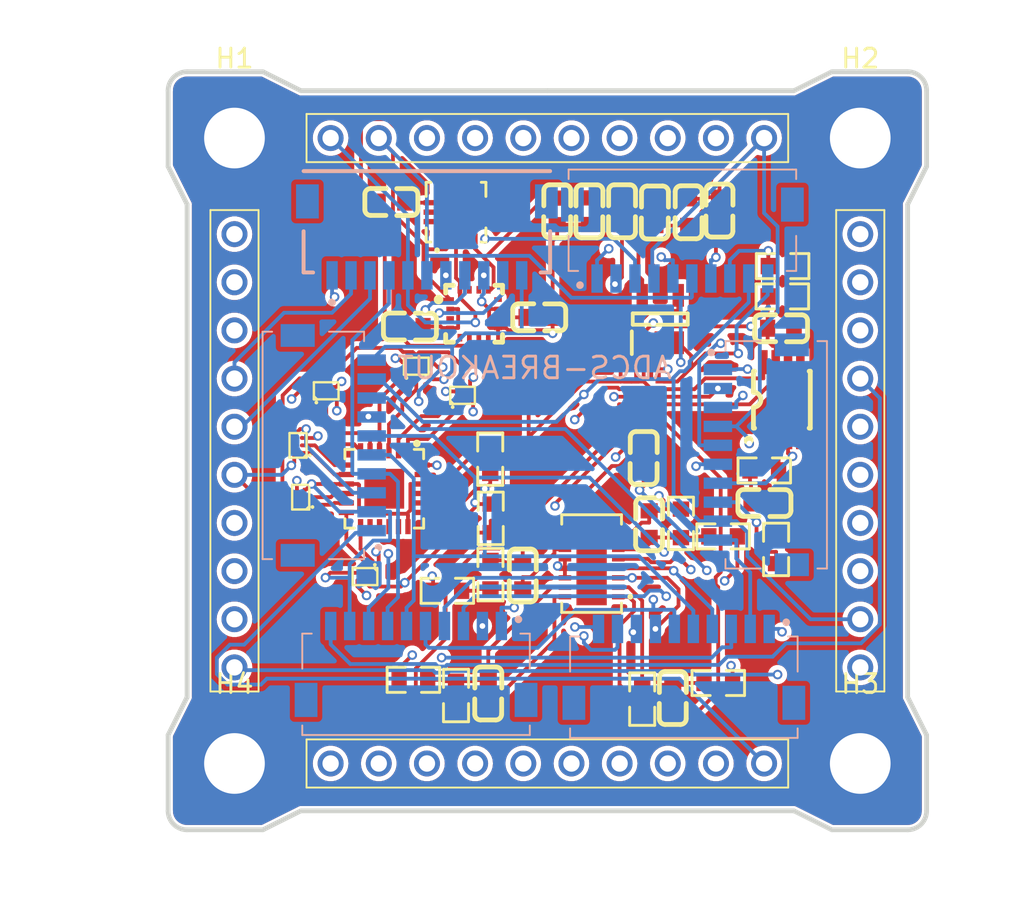
<source format=kicad_pcb>
(kicad_pcb (version 20211014) (generator pcbnew)
  (layers (0 "F.Cu" signal) (1 "In1.Cu" signal) (2 "In2.Cu" signal) (31 "B.Cu" signal) (34 "B.Paste" user) (35 "F.Paste" user) (36 "B.SilkS" user "B.Silkscreen") (37 "F.SilkS" user "F.Silkscreen") (38 "B.Mask" user) (39 "F.Mask" user) (44 "Edge.Cuts" user))
  (net 0 "")
  (net 1 "GND")
  (net 2 "/VCC")
  (net 3 "Net-(C2-Pad2)")
  (net 4 "Net-(C6-Pad1)")
  (net 5 "Net-(C8-Pad1)")
  (net 6 "/ph1_ADCS")
  (net 7 "Net-(C9-Pad1)")
  (net 8 "/ph2_ADCS")
  (net 9 "/ph3_ADCS")
  (net 10 "Net-(C10-Pad2)")
  (net 11 "/ph4_ADCS")
  (net 12 "Net-(C11-Pad2)")
  (net 13 "Net-(C12-Pad1)")
  (net 14 "/ph6_ADCS")
  (net 15 "Net-(C13-Pad1)")
  (net 16 "/ph5_ADCS")
  (net 17 "/ph_OBC")
  (net 18 "/SEL_PH2")
  (net 19 "/SEL_PH1")
  (net 20 "/SEL_PH0")
  (net 21 "Net-(IC2-Pad16)")
  (net 22 "/SOLAR_X")
  (net 23 "/Iout6")
  (net 24 "/SDA")
  (net 25 "/SCL")
  (net 26 "/pht6")
  (net 27 "/BURNCOMMS")
  (net 28 "/VStef")
  (net 29 "/SWCLK")
  (net 30 "/SWDIO")
  (net 31 "/pht3")
  (net 32 "/Iout1")
  (net 36 "/SOLAR_Y")
  (net 43 "/NRST")
  (net 50 "/RST_Drivers")
  (net 53 "/SOLAR_Z")
  (net 55 "/BATT++")
  (net 60 "/Iout5")
  (net 61 "/pht5")
  (net 62 "/Iout4")
  (net 63 "/pht1")
  (net 64 "/SCL1")
  (net 65 "/SDA1")
  (net 66 "/SCL2")
  (net 67 "/SDA2")
  (net 68 "/Iout2")
  (net 69 "/SCL3")
  (net 70 "/SDA3")
  (net 71 "/Iout3")
  (net 72 "/SCL4")
  (net 73 "/SDA4")
  (net 74 "/SCL5")
  (net 75 "/SDA5")
  (net 76 "/SCL6")
  (net 77 "/SDA6")
  (net 81 "/pht2")
  (net 82 "/pht4")
  (footprint "easyeda:R0603" (layer "F.Cu") (at 93.173 71.93 180)
    (fp_text reference "R8" hide)
    (fp_text value "100R" hide)
  )
  (footprint "easyeda:C0603" (layer "F.Cu") (at 105.607 63.713 90)
    (fp_text reference "C9" hide)
    (fp_text value "0.1n" hide)
  )
  (footprint "easyeda:C0603" (layer "F.Cu") (at 99.816 52.804)
    (fp_text reference "C6" hide)
    (fp_text value "10u" hide)
  )
  (footprint "MountingHole:MountingHole_3.2mm_M3_Pad" (layer "F.Cu") (at 83.738 76.343)
    (fp_text reference "H4")
    (fp_text value "MountingHole_Pad")
  )
  (footprint "easyeda:WLP-6_L1.30-W0.90-P0.40-TL" (layer "F.Cu") (at 90.621 66.482 -90)
    (fp_text reference "LV6CT1" hide)
    (fp_text value "LV8498CT_footprint" hide)
  )
  (footprint "easyeda:WLP-6_L1.30-W0.90-P0.40-TL" (layer "F.Cu") (at 88.576 56.678 90)
    (fp_text reference "LV3CT1" hide)
    (fp_text value "LV8498CT_footprint" hide)
  )
  (footprint "easyeda:R0603" (layer "F.Cu") (at 97.25 63.409 -90)
    (fp_text reference "R4" hide)
    (fp_text value "2.7K" hide)
  )
  (footprint "easyeda:2023961007" (layer "F.Cu") (at 107.436 71.893)
    (fp_text reference "J9" hide)
    (fp_text value "Conn_01x10_MountingPin")
  )
  (footprint "easyeda:C0603" (layer "F.Cu") (at 98.939 66.431 -90)
    (fp_text reference "C11" hide)
    (fp_text value "0.1n" hide)
  )
  (footprint "easyeda:R0603" (layer "F.Cu") (at 97.225 60.284 -90)
    (fp_text reference "R5" hide)
    (fp_text value "2.7K" hide)
  )
  (footprint "easyeda:R0603" (layer "F.Cu") (at 107.283 63.675 -90)
    (fp_text reference "R6" hide)
    (fp_text value "2k" hide)
  )
  (footprint "easyeda:QFN40P180X260X55-16N" (layer "F.Cu") (at 105.518 56.792)
    (fp_text reference "IC2" hide)
    (fp_text value "TMUX1108RSVR" hide)
  )
  (footprint "easyeda:C0603" (layer "F.Cu") (at 109.315 47.162 90)
    (fp_text reference "C4" hide)
    (fp_text value "0.47uF" hide)
  )
  (footprint "easyeda:HVQFN-24_L4.0-W4.0-P0.50-BL-EP2.1" (layer "F.Cu") (at 91.637 61.846 180)
    (fp_text reference "U3" hide)
    (fp_text value "PCA9547BS,118" hide)
  )
  (footprint "easyeda:R0603" (layer "F.Cu") (at 95.421 72.756 -90)
    (fp_text reference "R7" hide)
    (fp_text value "2k" hide)
  )
  (footprint "easyeda:SLW-110-01-X-S" (layer "F.Cu") (at 88.808 43.343)
    (fp_text reference "J1" hide)
    (fp_text value "CES-110-02-L-S" hide)
  )
  (footprint "easyeda:C0603" (layer "F.Cu") (at 111.677 62.596 180)
    (fp_text reference "C13" hide)
    (fp_text value "0.1n" hide)
  )
  (footprint "easyeda:2023961007" (layer "F.Cu") (at 93.313 71.74)
    (fp_text reference "BOT" hide)
    (fp_text value "BOT")
  )
  (footprint "easyeda:C0603" (layer "F.Cu") (at 107.69 47.251 90)
    (fp_text reference "C1" hide)
    (fp_text value "10nF" hide)
  )
  (footprint "easyeda:WLP-6_L1.30-W0.90-P0.40-TL" (layer "F.Cu") (at 87.23 62.291 180)
    (fp_text reference "LV5CT1" hide)
    (fp_text value "LV8498CT_footprint" hide)
  )
  (footprint "easyeda:SLW-110-01-X-S" (layer "F.Cu") (at 83.738 48.413 -90)
    (fp_text reference "J4" hide)
    (fp_text value "CES-110-02-L-S" hide)
  )
  (footprint "easyeda:C0603" (layer "F.Cu") (at 100.755 47.213 -90)
    (fp_text reference "C15" hide)
    (fp_text value "1uF" hide)
  )
  (footprint "easyeda:R0603" (layer "F.Cu") (at 112.63 51.699)
    (fp_text reference "R12" hide)
    (fp_text value "2k" hide)
  )
  (footprint "easyeda:2023961007" (layer "F.Cu") (at 107.359 48.105 180)
    (fp_text reference "J1" hide)
    (fp_text value "Conn_01x10_MountingPin")
  )
  (footprint "MountingHole:MountingHole_3.2mm_M3_Pad" (layer "F.Cu") (at 83.738 43.343)
    (fp_text reference "H1")
    (fp_text value "MountingHole_Pad")
  )
  (footprint "easyeda:SLW-110-01-X-S" (layer "F.Cu") (at 88.808 76.343)
    (fp_text reference "J3" hide)
    (fp_text value "CES-110-02-L-S" hide)
  )
  (footprint "easyeda:C0603" (layer "F.Cu") (at 112.554 53.376 180)
    (fp_text reference "C12" hide)
    (fp_text value "0.1n" hide)
  )
  (footprint "easyeda:C0603" (layer "F.Cu") (at 104.172 47.213 -90)
    (fp_text reference "C7" hide)
    (fp_text value "0.1u" hide)
  )
  (footprint "MountingHole:MountingHole_3.2mm_M3_Pad" (layer "F.Cu") (at 116.738 76.343)
    (fp_text reference "H3")
    (fp_text value "MountingHole_Pad")
  )
  (footprint "easyeda:SLW-110-01-X-S" (layer "F.Cu") (at 116.738 48.413 -90)
    (fp_text reference "J2" hide)
    (fp_text value "CES-110-02-L-S" hide)
  )
  (footprint "easyeda:C0603" (layer "F.Cu") (at 105.315 60.234 -90)
    (fp_text reference "C14" hide)
    (fp_text value "1uF" hide)
  )
  (footprint "easyeda:R0603" (layer "F.Cu") (at 94.964 67.231 180)
    (fp_text reference "R11" hide)
    (fp_text value "100R" hide)
  )
  (footprint "easyeda:C0603" (layer "F.Cu") (at 102.457 47.201 90)
    (fp_text reference "C5" hide)
    (fp_text value "1uF" hide)
  )
  (footprint "easyeda:SOT95P280X145-5N" (layer "F.Cu") (at 106.191 52.893 90)
    (fp_text reference "IC3" hide)
    (fp_text value "SN74AUP1G08DBVT" hide)
  )
  (footprint "easyeda:C0603" (layer "F.Cu") (at 97.123 72.641 90)
    (fp_text reference "C10" hide)
    (fp_text value "0.1n" hide)
  )
  (footprint "easyeda:WLP-6_L1.30-W0.90-P0.40-TL" (layer "F.Cu") (at 87.09 59.56 180)
    (fp_text reference "LV4CT1" hide)
    (fp_text value "LV8498CT_footprint" hide)
  )
  (footprint "easyeda:LGA-16_L3.0-W3.0-P0.50-BL_SQ" (layer "F.Cu") (at 96.374 52.614 -90)
    (fp_text reference "U1" hide)
    (fp_text value "MMC5983MA" hide)
  )
  (footprint "easyeda:R0603" (layer "F.Cu") (at 112.3 65.047 -90)
    (fp_text reference "R15" hide)
    (fp_text value "100R" hide)
  )
  (footprint "MountingHole:MountingHole_3.2mm_M3_Pad" (layer "F.Cu") (at 116.738 43.343)
    (fp_text reference "H2")
    (fp_text value "MountingHole_Pad")
  )
  (footprint "easyeda:R0603" (layer "F.Cu") (at 109.252 72.095 180)
    (fp_text reference "R1" hide)
    (fp_text value "100R" hide)
  )
  (footprint "easyeda:2023961007" (layer "F.Cu") (at 88.322 59.56 -90)
    (fp_text reference "LAT_" hide)
    (fp_text value "LAT")
  )
  (footprint "easyeda:WLP-6_L1.30-W0.90-P0.40-TL" (layer "F.Cu") (at 93.326 55.382 90)
    (fp_text reference "LV2CT1" hide)
    (fp_text value "LV8498CT_footprint" hide)
  )
  (footprint "easyeda:R0603" (layer "F.Cu") (at 105.238 72.946 90)
    (fp_text reference "R2" hide)
    (fp_text value "2k" hide)
  )
  (footprint "easyeda:R0603" (layer "F.Cu") (at 109.506 64.361 180)
    (fp_text reference "R9" hide)
    (fp_text value "100R" hide)
  )
  (footprint "easyeda:WLP-6_L1.30-W0.90-P0.40-TL" (layer "F.Cu") (at 95.764 56.919 90)
    (fp_text reference "LV1CT1" hide)
    (fp_text value "LV8498CT_footprint" hide)
  )
  (footprint "easyeda:R0603" (layer "F.Cu") (at 112.643 50.099 180)
    (fp_text reference "R14" hide)
    (fp_text value "100R" hide)
  )
  (footprint "easyeda:C0603" (layer "F.Cu") (at 92.983 53.287 180)
    (fp_text reference "C16" hide)
    (fp_text value "1u" hide)
  )
  (footprint "easyeda:C0603" (layer "F.Cu") (at 105.912 47.264 90)
    (fp_text reference "C3" hide)
    (fp_text value "0.1uF" hide)
  )
  (footprint "easyeda:2023961107" (layer "F.Cu") (at 93.885 47.762 180)
    (fp_text reference "J3" hide)
    (fp_text value "Conn_01x11_MountingPin")
  )
  (footprint "easyeda:R0603" (layer "F.Cu") (at 97.237 66.38 90)
    (fp_text reference "R10" hide)
    (fp_text value "2k" hide)
  )
  (footprint "easyeda:R0603" (layer "F.Cu") (at 111.677 60.881)
    (fp_text reference "R13" hide)
    (fp_text value "2k" hide)
  )
  (footprint "easyeda:LGA-16_L3.0-W3.0-P0.50-BL" (layer "F.Cu") (at 95.421 47.254)
    (fp_text reference "R3" hide)
    (fp_text value "ICG-20330" hide)
  )
  (footprint "easyeda:2023961007" (layer "F.Cu") (at 111.881 60.056 90)
    (fp_text reference "J8" hide)
    (fp_text value "Conn_01x10_MountingPin")
  )
  (footprint "easyeda:MOSP-8_L3.0-W3.0-P0.65-LS4.9-BL" (layer "F.Cu") (at 112.604 57.147)
    (fp_text reference "U5" hide)
    (fp_text value "LT6004IMS8#PBF" hide)
  )
  (footprint "easyeda:C0603" (layer "F.Cu") (at 106.851 72.895 -90)
    (fp_text reference "C8" hide)
    (fp_text value "0.1n" hide)
  )
  (footprint "easyeda:DFN-16_L5.0-W3.0-P0.50-BL-EP" (layer "F.Cu") (at 102.571 65.796 90)
    (fp_text reference "U2" hide)
    (fp_text value "LT6005CDHC#TRPBF" hide)
  )
  (footprint "easyeda:C0603" (layer "F.Cu") (at 92.018 46.721)
    (fp_text reference "C2" hide)
    (fp_text value "0.47uF" hide)
  )
  (gr_line (start 113.238 78.843) (end 87.238 78.843) (layer "Edge.Cuts") (width 0.25))
  (gr_line (start 85.238 39.843) (end 87.238 40.843) (layer "Edge.Cuts") (width 0.25))
  (gr_line (start 113.238 40.843) (end 115.238 39.844) (layer "Edge.Cuts") (width 0.25))
  (gr_line (start 100.238 40.843) (end 113.238 40.843) (layer "Edge.Cuts") (width 0.25))
  (gr_line (start 119.238 72.843) (end 120.238 74.843) (layer "Edge.Cuts") (width 0.25))
  (gr_line (start 87.238 78.843) (end 85.238 79.843) (layer "Edge.Cuts") (width 0.25))
  (gr_line (start 81.238 46.843) (end 80.238 44.843) (layer "Edge.Cuts") (width 0.25))
  (gr_line (start 120.238 44.843) (end 120.238 40.843) (layer "Edge.Cuts") (width 0.25))
  (gr_line (start 80.238 44.843) (end 80.238 40.843) (layer "Edge.Cuts") (width 0.25))
  (gr_line (start 120.238 44.843) (end 119.238 46.843) (layer "Edge.Cuts") (width 0.25))
  (gr_arc (start 80.238 40.843) (mid 80.530893 40.135893) (end 81.238 39.843) (layer "Edge.Cuts") (width 0.25))
  (gr_line (start 85.238 79.843) (end 81.238 79.843) (layer "Edge.Cuts") (width 0.25))
  (gr_line (start 120.238 74.843) (end 120.238 78.843) (layer "Edge.Cuts") (width 0.25))
  (gr_arc (start 120.238 78.843) (mid 119.945107 79.550107) (end 119.238 79.843) (layer "Edge.Cuts") (width 0.25))
  (gr_arc (start 119.238 39.843) (mid 119.945181 40.135967) (end 120.238 40.843209) (layer "Edge.Cuts") (width 0.25))
  (gr_line (start 81.238 39.843) (end 85.238 39.843) (layer "Edge.Cuts") (width 0.25))
  (gr_line (start 80.238 74.843) (end 81.238 72.843) (layer "Edge.Cuts") (width 0.25))
  (gr_line (start 119.238 46.843) (end 119.238 72.843) (layer "Edge.Cuts") (width 0.25))
  (gr_arc (start 81.238 79.843) (mid 80.530893 79.550107) (end 80.238 78.843) (layer "Edge.Cuts") (width 0.25))
  (gr_line (start 115.238 79.843) (end 119.238 79.843) (layer "Edge.Cuts") (width 0.25))
  (gr_line (start 113.238 78.843) (end 115.238 79.843) (layer "Edge.Cuts") (width 0.25))
  (gr_line (start 81.238 72.843) (end 81.238 46.843) (layer "Edge.Cuts") (width 0.25))
  (gr_line (start 80.238 78.843) (end 80.238 74.843) (layer "Edge.Cuts") (width 0.25))
  (gr_line (start 119.238 39.843) (end 115.238 39.843) (layer "Edge.Cuts") (width 0.254))
  (gr_line (start 87.238 40.843) (end 100.238 40.843) (layer "Edge.Cuts") (width 0.25))
  (gr_text "ADCS-BREAKOUT" (at 106.902 55.471) (layer "B.SilkS") (effects (font (size 1.143 1.143) (thickness 0.152)) (justify left mirror)))
  (segment (start 88.535 66.538) (end 88.791 66.282) (width 0.2) (layer "F.Cu") (net 1))
  (segment (start 92.547 43.705) (end 92.547 43.101) (width 0.2) (layer "F.Cu") (net 1))
  (segment (start 97.352 46.51) (end 97.352 46.754) (width 0.2) (layer "F.Cu") (net 1))
  (segment (start 107.156 67.142) (end 106.56 66.546) (width 0.2) (layer "F.Cu") (net 1))
  (segment (start 100.516 53.645) (end 100.516 53.48) (width 0.2) (layer "F.Cu") (net 1))
  (segment (start 93.726 55.582) (end 94.216 56.072) (width 0.2) (layer "F.Cu") (net 1))
  (segment (start 95.421 45.58) (end 95.678 45.324) (width 0.2) (layer "F.Cu") (net 1))
  (segment (start 113.579 55.167) (end 113.579 58.272) (width 0.2) (layer "F.Cu") (net 1))
  (segment (start 89.637 61.596) (end 90.257 61.596) (width 0.2) (layer "F.Cu") (net 1))
  (segment (start 97.637 53.364) (end 97.217 53.364) (width 0.2) (layer "F.Cu") (net 1))
  (segment (start 104.707 66.546) (end 104.532 66.546) (width 0.2) (layer "F.Cu") (net 1))
  (segment (start 107.825 55.46) (end 107.093 56.192) (width 0.2) (layer "F.Cu") (net 1))
  (segment (start 105.713 65.724) (end 106.72 65.724) (width 0.2) (layer "F.Cu") (net 1))
  (segment (start 104.532 66.546) (end 104.532 66.546) (width 0.2) (layer "F.Cu") (net 1))
  (segment (start 89.135 57.036) (end 88.976 56.878) (width 0.2) (layer "F.Cu") (net 1))
  (segment (start 95.421 45.837) (end 95.421 45.58) (width 0.2) (layer "F.Cu") (net 1))
  (segment (start 101.438 47.901) (end 101.426 47.913) (width 0.2) (layer "F.Cu") (net 1))
  (segment (start 97.167 52.364) (end 96.774 51.97) (width 0.2) (layer "F.Cu") (net 1))
  (segment (start 105.936 69.243) (end 107.156 68.022) (width 0.2) (layer "F.Cu") (net 1))
  (segment (start 97.637 52.364) (end 97.167 52.364) (width 0.2) (layer "F.Cu") (net 1))
  (segment (start 106.368 56.992) (end 105.548 56.992) (width 0.2) (layer "F.Cu") (net 1))
  (segment (start 100.516 48.773) (end 100.755 48.534) (width 0.2) (layer "F.Cu") (net 1))
  (segment (start 107.596 47.951) (end 107.69 47.951) (width 0.2) (layer "F.Cu") (net 1))
  (segment (start 91.973 53.287) (end 91.663 53.287) (width 0.2) (layer "F.Cu") (net 1))
  (segment (start 113.579 58.272) (end 113.579 59.127) (width 0.2) (layer "F.Cu") (net 1))
  (segment (start 90.307 61.646) (end 90.257 61.596) (width 0.2) (layer "F.Cu") (net 1))
  (segment (start 104.668 56.592) (end 104.023 56.592) (width 0.2) (layer "F.Cu") (net 1))
  (segment (start 87.804 61.596) (end 89.016 61.596) (width 0.2) (layer "F.Cu") (net 1))
  (segment (start 96.323 57.278) (end 96.164 57.119) (width 0.2) (layer "F.Cu") (net 1))
  (segment (start 100.516 53.48) (end 100.516 52.804) (width 0.2) (layer "F.Cu") (net 1))
  (segment (start 87.299 59.169) (end 88.033 59.169) (width 0.2) (layer "F.Cu") (net 1))
  (segment (start 112.93 59.127) (end 112.93 59.983) (width 0.2) (layer "F.Cu") (net 1))
  (segment (start 107.825 54.827) (end 107.825 55.46) (width 0.2) (layer "F.Cu") (net 1))
  (segment (start 100.516 52.804) (end 100.516 48.773) (width 0.2) (layer "F.Cu") (net 1))
  (segment (start 108.795 56.992) (end 106.368 56.992) (width 0.2) (layer "F.Cu") (net 1))
  (segment (start 104.918 58.042) (end 104.918 58.687) (width 0.2) (layer "F.Cu") (net 1))
  (segment (start 113.013 59.983) (end 113.168 60.138) (width 0.2) (layer "F.Cu") (net 1))
  (segment (start 92.887 63.226) (end 92.827 63.166) (width 0.2) (layer "F.Cu") (net 1))
  (segment (start 96.178 45.324) (end 96.421 45.324) (width 0.2) (layer "F.Cu") (net 1))
  (segment (start 101.164 66.046) (end 101.164 65.546) (width 0.2) (layer "F.Cu") (net 1))
  (segment (start 91.318 46.721) (end 91.318 47.391) (width 0.2) (layer "F.Cu") (net 1))
  (segment (start 105.148 56.592) (end 104.668 56.592) (width 0.2) (layer "F.Cu") (net 1))
  (segment (start 109.315 47.862) (end 108.645 47.862) (width 0.2) (layer "F.Cu") (net 1))
  (segment (start 95.678 45.324) (end 95.921 45.324) (width 0.2) (layer "F.Cu") (net 1))
  (segment (start 93.015 61.598) (end 93.015 62.978) (width 0.2) (layer "F.Cu") (net 1))
  (segment (start 92.283 53.287) (end 91.973 53.287) (width 0.2) (layer "F.Cu") (net 1))
  (segment (start 87.43 61.891) (end 87.509 61.891) (width 0.2) (layer "F.Cu") (net 1))
  (segment (start 94.421 45.58) (end 92.547 43.705) (width 0.2) (layer "F.Cu") (net 1))
  (segment (start 97.167 53.314) (end 97.167 52.364) (width 0.2) (layer "F.Cu") (net 1))
  (segment (start 91.663 53.287) (end 91.663 47.736) (width 0.2) (layer "F.Cu") (net 1))
  (segment (start 97.637 54.051) (end 97.637 53.364) (width 0.2) (layer "F.Cu") (net 1))
  (segment (start 94.257 61.096) (end 94.257 61.596) (width 0.2) (layer "F.Cu") (net 1))
  (segment (start 97.637 53.364) (end 98.057 53.364) (width 0.2) (layer "F.Cu") (net 1))
  (segment (start 96.421 45.58) (end 97.352 46.51) (width 0.2) (layer "F.Cu") (net 1))
  (segment (start 92.887 63.846) (end 92.887 63.305) (width 0.2) (layer "F.Cu") (net 1))
  (segment (start 105.315 60.934) (end 105.315 61.703) (width 0.2) (layer "F.Cu") (net 1))
  (segment (start 92.827 63.166) (end 90.423 63.166) (width 0.2) (layer "F.Cu") (net 1))
  (segment (start 107.596 47.951) (end 107.019 47.951) (width 0.2) (layer "F.Cu") (net 1))
  (segment (start 89.637 61.596) (end 89.016 61.596) (width 0.2) (layer "F.Cu") (net 1))
  (segment (start 103.803 51.051) (end 104.172 50.683) (width 0.2) (layer "F.Cu") (net 1))
  (segment (start 91.973 53.287) (end 92.985 54.299) (width 0.2) (layer "F.Cu") (net 1))
  (segment (start 87.29 59.16) (end 87.299 59.169) (width 0.2) (layer "F.Cu") (net 1))
  (segment (start 94.921 45.837) (end 94.921 45.58) (width 0.2) (layer "F.Cu") (net 1))
  (segment (start 103.14 47.913) (end 103.127 47.901) (width 0.2) (layer "F.Cu") (net 1))
  (segment (start 104.172 50.683) (end 104.172 47.913) (width 0.2) (layer "F.Cu") (net 1))
  (segment (start 96.323 57.782) (end 96.323 57.278) (width 0.2) (layer "F.Cu") (net 1))
  (segment (start 94.921 45.58) (end 94.921 45.324) (width 0.2) (layer "F.Cu") (net 1))
  (segment (start 90.307 63.05) (end 90.307 61.646) (width 0.2) (layer "F.Cu") (net 1))
  (segment (start 106.966 65.479) (end 107.169 65.479) (width 0.2) (layer "F.Cu") (net 1))
  (segment (start 92.985 54.299) (end 97.39 54.299) (width 0.2) (layer "F.Cu") (net 1))
  (segment (start 94.921 45.58) (end 95.178 45.324) (width 0.2) (layer "F.Cu") (net 1))
  (segment (start 96.421 45.58) (end 96.421 45.324) (width 0.2) (layer "F.Cu") (net 1))
  (segment (start 96.421 45.837) (end 96.421 45.58) (width 0.2) (layer "F.Cu") (net 1))
  (segment (start 97.217 53.364) (end 97.167 53.314) (width 0.2) (layer "F.Cu") (net 1))
  (segment (start 93.947 61.596) (end 93.637 61.596) (width 0.2) (layer "F.Cu") (net 1))
  (segment (start 94.004 47.254) (end 94.517 47.254) (width 0.2) (layer "F.Cu") (net 1))
  (segment (start 95.421 45.58) (end 95.421 45.324) (width 0.2) (layer "F.Cu") (net 1))
  (segment (start 87.509 61.891) (end 87.804 61.596) (width 0.2) (layer "F.Cu") (net 1))
  (segment (start 88.033 59.169) (end 88.139 59.063) (width 0.2) (layer "F.Cu") (net 1))
  (segment (start 100.755 47.913) (end 101.426 47.913) (width 0.2) (layer "F.Cu") (net 1))
  (segment (start 105.535 65.546) (end 105.713 65.724) (width 0.2) (layer "F.Cu") (net 1))
  (segment (start 106.56 66.546) (end 104.707 66.546) (width 0.2) (layer "F.Cu") (net 1))
  (segment (start 98.174 53.48) (end 98.057 53.364) (width 0.2) (layer "F.Cu") (net 1))
  (segment (start 95.921 45.837) (end 95.921 45.58) (width 0.2) (layer "F.Cu") (net 1))
  (segment (start 93.016 61.596) (end 93.015 61.598) (width 0.2) (layer "F.Cu") (net 1))
  (segment (start 93.947 61.596) (end 94.257 61.596) (width 0.2) (layer "F.Cu") (net 1))
  (segment (start 107.69 47.951) (end 108.556 47.951) (width 0.2) (layer "F.Cu") (net 1))
  (segment (start 91.791 42.346) (end 90.834 42.346) (width 0.2) (layer "F.Cu") (net 1))
  (segment (start 109.128 48.67) (end 109.128 49.633) (width 0.2) (layer "F.Cu") (net 1))
  (segment (start 94.921 46.849) (end 94.921 45.837) (width 0.2) (layer "F.Cu") (net 1))
  (segment (start 100.755 47.913) (end 100.755 48.534) (width 0.2) (layer "F.Cu") (net 1))
  (segment (start 89.135 57.732) (end 89.135 57.036) (width 0.2) (layer "F.Cu") (net 1))
  (segment (start 90.834 42.346) (end 90.409 42.771) (width 0.2) (layer "F.Cu") (net 1))
  (segment (start 93.015 62.978) (end 92.827 63.166) (width 0.2) (layer "F.Cu") (net 1))
  (segment (start 100.641 62.643) (end 100.641 62.757) (width 0.2) (layer "F.Cu") (net 1))
  (segment (start 107.093 56.192) (end 106.368 56.192) (width 0.2) (layer "F.Cu") (net 1))
  (segment (start 91.663 47.736) (end 91.318 47.391) (width 0.2) (layer "F.Cu") (net 1))
  (segment (start 105.548 56.992) (end 105.148 56.592) (width 0.2) (layer "F.Cu") (net 1))
  (segment (start 101.683 58.201) (end 103.37 56.514) (width 0.2) (layer "F.Cu") (net 1))
  (segment (start 102.792 47.901) (end 102.457 47.901) (width 0.2) (layer "F.Cu") (net 1))
  (segment (start 100.516 53.48) (end 98.174 53.48) (width 0.2) (layer "F.Cu") (net 1))
  (segment (start 93.637 61.096) (end 94.257 61.096) (width 0.2) (layer "F.Cu") (net 1))
  (segment (start 104.598 58.687) (end 100.641 62.643) (width 0.2) (layer "F.Cu") (net 1))
  (segment (start 90.423 63.166) (end 90.307 63.05) (width 0.2) (layer "F.Cu") (net 1))
  (segment (start 95.178 45.324) (end 95.421 45.324) (width 0.2) (layer "F.Cu") (net 1))
  (segment (start 97.39 54.299) (end 97.637 54.051) (width 0.2) (layer "F.Cu") (net 1))
  (segment (start 103.37 56.514) (end 103.945 56.514) (width 0.2) (layer "F.Cu") (net 1))
  (segment (start 94.216 56.072) (end 94.783 56.072) (width 0.2) (layer "F.Cu") (net 1))
  (segment (start 110.306 54.709) (end 108.576 54.709) (width 0.2) (layer "F.Cu") (net 1))
  (segment (start 95.921 45.58) (end 95.921 45.324) (width 0.2) (layer "F.Cu") (net 1))
  (segment (start 107.156 68.022) (end 107.156 67.142) (width 0.2) (layer "F.Cu") (net 1))
  (segment (start 93.637 61.596) (end 93.016 61.596) (width 0.2) (layer "F.Cu") (net 1))
  (segment (start 113.579 58.272) (end 112.93 58.272) (width 0.2) (layer "F.Cu") (net 1))
  (segment (start 103.979 65.546) (end 105.535 65.546) (width 0.2) (layer "F.Cu") (net 1))
  (segment (start 94.421 45.58) (end 94.421 45.324) (width 0.2) (layer "F.Cu") (net 1))
  (segment (start 108.556 47.951) (end 108.645 47.862) (width 0.2) (layer "F.Cu") (net 1))
  (segment (start 109.231 56.556) (end 108.795 56.992) (width 0.2) (layer "F.Cu") (net 1))
  (segment (start 104.918 58.687) (end 104.598 58.687) (width 0.2) (layer "F.Cu") (net 1))
  (segment (start 107.169 65.479) (end 107.804 66.114) (width 0.2) (layer "F.Cu") (net 1))
  (segment (start 88.791 66.282) (end 90.221 66.282) (width 0.2) (layer "F.Cu") (net 1))
  (segment (start 105.315 61.703) (end 105.101 61.916) (width 0.2) (layer "F.Cu") (net 1))
  (segment (start 94.421 45.324) (end 94.921 45.324) (width 0.2) (layer "F.Cu") (net 1))
  (segment (start 95.921 45.58) (end 96.178 45.324) (width 0.2) (layer "F.Cu") (net 1))
  (segment (start 108.576 54.709) (end 107.825 55.46) (width 0.2) (layer "F.Cu") (net 1))
  (segment (start 102.457 47.901) (end 101.438 47.901) (width 0.2) (layer "F.Cu") (net 1))
  (segment (start 101.164 66.546) (end 101.164 66.046) (width 0.2) (layer "F.Cu") (net 1))
  (segment (start 92.547 43.101) (end 91.791 42.346) (width 0.2) (layer "F.Cu") (net 1))
  (segment (start 107.141 54.143) (end 107.825 54.827) (width 0.2) (layer "F.Cu") (net 1))
  (segment (start 112.93 59.983) (end 113.013 59.983) (width 0.2) (layer "F.Cu") (net 1))
  (segment (start 103.979 66.546) (end 104.532 66.546) (width 0.2) (layer "F.Cu") (net 1))
  (segment (start 107.007 47.964) (end 107.019 47.951) (width 0.2) (layer "F.Cu") (net 1))
  (segment (start 112.93 59.127) (end 112.93 58.272) (width 0.2) (layer "F.Cu") (net 1))
  (segment (start 106.72 65.724) (end 106.966 65.479) (width 0.2) (layer "F.Cu") (net 1))
  (segment (start 104.172 47.913) (end 103.14 47.913) (width 0.2) (layer "F.Cu") (net 1))
  (segment (start 90.409 46.432) (end 90.697 46.721) (width 0.2) (layer "F.Cu") (net 1))
  (segment (start 109.315 48.483) (end 109.128 48.67) (width 0.2) (layer "F.Cu") (net 1))
  (segment (start 102.792 47.901) (end 103.127 47.901) (width 0.2) (layer "F.Cu") (net 1))
  (segment (start 90.409 42.771) (end 90.409 46.432) (width 0.2) (layer "F.Cu") (net 1))
  (segment (start 109.315 47.862) (end 109.315 48.483) (width 0.2) (layer "F.Cu") (net 1))
  (segment (start 94.421 45.837) (end 94.421 45.58) (width 0.2) (layer "F.Cu") (net 1))
  (segment (start 103.945 56.514) (end 104.023 56.592) (width 0.2) (layer "F.Cu") (net 1))
  (segment (start 92.887 63.305) (end 92.887 63.226) (width 0.2) (layer "F.Cu") (net 1))
  (segment (start 105.912 47.964) (end 107.007 47.964) (width 0.2) (layer "F.Cu") (net 1))
  (segment (start 94.517 47.254) (end 94.921 46.849) (width 0.2) (layer "F.Cu") (net 1))
  (segment (start 96.839 46.754) (end 97.352 46.754) (width 0.2) (layer "F.Cu") (net 1))
  (segment (start 91.318 46.721) (end 90.697 46.721) (width 0.2) (layer "F.Cu") (net 1))
  (via (at 89.135 57.732) (size 0.5) (drill 0.3) (layers "F.Cu" "B.Cu") (net 1))
  (via (at 94.885 50.587) (size 0.5) (drill 0.3) (layers "F.Cu" "B.Cu") (net 1))
  (via (at 105.101 61.916) (size 0.5) (drill 0.3) (layers "F.Cu" "B.Cu") (net 1))
  (via (at 96.323 57.782) (size 0.5) (drill 0.3) (layers "F.Cu" "B.Cu") (net 1))
  (via (at 100.641 62.757) (size 0.5) (drill 0.3) (layers "F.Cu" "B.Cu") (net 1))
  (via (at 109.231 56.556) (size 0.5) (drill 0.3) (layers "F.Cu" "B.Cu") (net 1))
  (via (at 109.128 49.633) (size 0.5) (drill 0.3) (layers "F.Cu" "B.Cu") (net 1))
  (via (at 87.804 61.597) (size 0.5) (drill 0.3) (layers "F.Cu" "B.Cu") (net 1))
  (via (at 88.535 66.538) (size 0.5) (drill 0.3) (layers "F.Cu" "B.Cu") (net 1))
  (via (at 94.783 56.073) (size 0.5) (drill 0.3) (layers "F.Cu" "B.Cu") (net 1))
  (via (at 100.516 53.645) (size 0.5) (drill 0.3) (layers "F.Cu" "B.Cu") (net 1))
  (via (at 96.813 69.09) (size 0.5) (drill 0.3) (layers "F.Cu" "B.Cu") (net 1))
  (via (at 88.139 59.063) (size 0.5) (drill 0.3) (layers "F.Cu" "B.Cu") (net 1))
  (via (at 101.683 58.201) (size 0.5) (drill 0.3) (layers "F.Cu" "B.Cu") (net 1))
  (via (at 101.69 69.142) (size 0.5) (drill 0.3) (layers "F.Cu" "B.Cu") (net 1))
  (via (at 90.799 58.036) (size 0.5) (drill 0.3) (layers "F.Cu" "B.Cu") (net 1))
  (via (at 103.803 51.051) (size 0.5) (drill 0.3) (layers "F.Cu" "B.Cu") (net 1))
  (via (at 110.306 54.709) (size 0.5) (drill 0.3) (layers "F.Cu" "B.Cu") (net 1))
  (via (at 100.781 65.923) (size 0.5) (drill 0.3) (layers "F.Cu" "B.Cu") (net 1))
  (via (at 104.707 66.546) (size 0.5) (drill 0.3) (layers "F.Cu" "B.Cu") (net 1))
  (via (at 96.774 51.97) (size 0.5) (drill 0.3) (layers "F.Cu" "B.Cu") (net 1))
  (via (at 113.168 60.138) (size 0.5) (drill 0.3) (layers "F.Cu" "B.Cu") (net 1))
  (via (at 96.885 50.587) (size 0.5) (drill 0.3) (layers "F.Cu" "B.Cu") (net 1))
  (via (at 107.804 66.114) (size 0.5) (drill 0.3) (layers "F.Cu" "B.Cu") (net 1))
  (via (at 105.936 69.243) (size 0.5) (drill 0.3) (layers "F.Cu" "B.Cu") (net 1))
  (segment (start 110.217 54.62) (end 110.306 54.709) (width 0.2) (layer "B.Cu") (net 1))
  (segment (start 94.813 68.119) (end 96.387 66.546) (width 0.2) (layer "B.Cu") (net 1))
  (segment (start 111.859 50.755) (end 111.859 51.619) (width 0.2) (layer "B.Cu") (net 1))
  (segment (start 89.813 66.538) (end 89.813 65.824) (width 0.2) (layer "B.Cu") (net 1))
  (segment (start 107.741 64.556) (end 105.101 61.916) (width 0.2) (layer "B.Cu") (net 1))
  (segment (start 95.216 54.353) (end 95.216 55.639) (width 0.2) (layer "B.Cu") (net 1))
  (segment (start 90.972 55.061) (end 91.68 54.353) (width 0.2) (layer "B.Cu") (net 1))
  (segment (start 109.716 64.556) (end 109.231 64.556) (width 0.2) (layer "B.Cu") (net 1))
  (segment (start 98.885 50.587) (end 98.885 51.557) (width 0.2) (layer "B.Cu") (net 1))
  (segment (start 98.885 53.645) (end 95.924 53.645) (width 0.2) (layer "B.Cu") (net 1))
  (segment (start 111.859 51.619) (end 110.217 53.261) (width 0.2) (layer "B.Cu") (net 1))
  (segment (start 111.751 61.556) (end 113.168 60.138) (width 0.2) (layer "B.Cu") (net 1))
  (segment (start 89.813 65.824) (end 91.055 64.582) (width 0.2) (layer "B.Cu") (net 1))
  (segment (start 96.885 50.587) (end 96.885 51.557) (width 0.2) (layer "B.Cu") (net 1))
  (segment (start 89.813 66.538) (end 88.535 66.538) (width 0.2) (layer "B.Cu") (net 1))
  (segment (start 108.859 49.785) (end 108.977 49.785) (width 0.2) (layer "B.Cu") (net 1))
  (segment (start 102.836 69.142) (end 101.69 69.142) (width 0.2) (layer "B.Cu") (net 1))
  (segment (start 108.859 50.755) (end 108.859 49.785) (width 0.2) (layer "B.Cu") (net 1))
  (segment (start 95.924 53.645) (end 95.216 54.353) (width 0.2) (layer "B.Cu") (net 1))
  (segment (start 110.201 65.526) (end 110.936 66.261) (width 0.2) (layer "B.Cu") (net 1))
  (segment (start 91.055 64.582) (end 91.886 64.582) (width 0.2) (layer "B.Cu") (net 1))
  (segment (start 91.378 63.06) (end 91.942 63.06) (width 0.2) (layer "B.Cu") (net 1))
  (segment (start 110.217 53.261) (end 110.217 54.62) (width 0.2) (layer "B.Cu") (net 1))
  (segment (start 89.267 63.06) (end 87.804 61.596) (width 0.2) (layer "B.Cu") (net 1))
  (segment (start 90.972 63.06) (end 89.267 63.06) (width 0.2) (layer "B.Cu") (net 1))
  (segment (start 109.716 64.556) (end 110.201 64.556) (width 0.2) (layer "B.Cu") (net 1))
  (segment (start 96.774 51.668) (end 96.774 51.97) (width 0.2) (layer "B.Cu") (net 1))
  (segment (start 91.944 63.062) (end 91.942 63.06) (width 0.2) (layer "B.Cu") (net 1))
  (segment (start 110.201 64.556) (end 110.201 65.526) (width 0.2) (layer "B.Cu") (net 1))
  (segment (start 102.936 69.243) (end 102.836 69.142) (width 0.2) (layer "B.Cu") (net 1))
  (segment (start 91.378 63.06) (end 90.972 63.06) (width 0.2) (layer "B.Cu") (net 1))
  (segment (start 96.387 66.546) (end 104.707 66.546) (width 0.2) (layer "B.Cu") (net 1))
  (segment (start 109.231 64.556) (end 107.741 64.556) (width 0.2) (layer "B.Cu") (net 1))
  (segment (start 96.885 51.557) (end 96.774 51.668) (width 0.2) (layer "B.Cu") (net 1))
  (segment (start 89.813 69.09) (end 89.813 66.538) (width 0.2) (layer "B.Cu") (net 1))
  (segment (start 109.231 61.556) (end 111.751 61.556) (width 0.2) (layer "B.Cu") (net 1))
  (segment (start 94.813 69.09) (end 94.813 68.119) (width 0.2) (layer "B.Cu") (net 1))
  (segment (start 108.977 49.785) (end 109.128 49.633) (width 0.2) (layer "B.Cu") (net 1))
  (segment (start 110.936 66.261) (end 110.936 69.243) (width 0.2) (layer "B.Cu") (net 1))
  (segment (start 98.885 53.645) (end 98.885 51.557) (width 0.2) (layer "B.Cu") (net 1))
  (segment (start 95.216 55.639) (end 94.783 56.072) (width 0.2) (layer "B.Cu") (net 1))
  (segment (start 91.944 64.524) (end 91.944 63.062) (width 0.2) (layer "B.Cu") (net 1))
  (segment (start 91.68 54.353) (end 95.216 54.353) (width 0.2) (layer "B.Cu") (net 1))
  (segment (start 91.886 64.582) (end 91.944 64.524) (width 0.2) (layer "B.Cu") (net 1))
  (segment (start 98.885 53.645) (end 100.516 53.645) (width 0.2) (layer "B.Cu") (net 1))
  (segment (start 95.015 54.646) (end 95.764 55.395) (width 0.2) (layer "F.Cu") (net 2))
  (segment (start 96.326 48.064) (end 96.421 48.159) (width 0.2) (layer "F.Cu") (net 2))
  (segment (start 93.478 54.646) (end 95.015 54.646) (width 0.2) (layer "F.Cu") (net 2))
  (segment (start 99.252 59.174) (end 99.252 57.447) (width 0.2) (layer "F.Cu") (net 2))
  (segment (start 96.598 64.162) (end 95.361 64.162) (width 0.2) (layer "F.Cu") (net 2))
  (segment (start 86.279 56.918) (end 86.279 59.022) (width 0.2) (layer "F.Cu") (net 2))
  (segment (start 99.252 59.117) (end 99.252 59.174) (width 0.2) (layer "F.Cu") (net 2))
  (segment (start 102.177 56.192) (end 99.252 59.117) (width 0.2) (layer "F.Cu") (net 2))
  (segment (start 97.199 55.395) (end 95.764 55.395) (width 0.2) (layer "F.Cu") (net 2))
  (segment (start 97.403 51.191) (end 97.403 50.165) (width 0.2) (layer "F.Cu") (net 2))
  (segment (start 108.025 46.551) (end 108.36 46.551) (width 0.2) (layer "F.Cu") (net 2))
  (segment (start 93.135 54.633) (end 92.627 54.633) (width 0.2) (layer "F.Cu") (net 2))
  (segment (start 95.764 55.395) (end 95.764 56.426) (width 0.2) (layer "F.Cu") (net 2))
  (segment (start 105.723 56.592) (end 105.323 56.192) (width 0.2) (layer "F.Cu") (net 2))
  (segment (start 104.893 46.564) (end 104.842 46.513) (width 0.2) (layer "F.Cu") (net 2))
  (segment (start 97.403 50.165) (end 96.917 49.68) (width 0.2) (layer "F.Cu") (net 2))
  (segment (start 90.621 66.758) (end 90.621 66.682) (width 0.2) (layer "F.Cu") (net 2))
  (segment (start 108 56.592) (end 108.569 56.023) (width 0.2) (layer "F.Cu") (net 2))
  (segment (start 105.042 50.623) (end 105.042 46.564) (width 0.2) (layer "F.Cu") (net 2))
  (segment (start 105.241 51.233) (end 105.241 50.823) (width 0.2) (layer "F.Cu") (net 2))
  (segment (start 96.199 60.155) (end 97.225 60.155) (width 0.2) (layer "F.Cu") (net 2))
  (segment (start 86.845 62.291) (end 87.03 62.291) (width 0.2) (layer "F.Cu") (net 2))
  (segment (start 97.904 63.196) (end 97.562 63.538) (width 0.2) (layer "F.Cu") (net 2))
  (segment (start 94.257 62.096) (end 96.199 60.155) (width 0.2) (layer "F.Cu") (net 2))
  (segment (start 106.595 46.551) (end 106.582 46.564) (width 0.2) (layer "F.Cu") (net 2))
  (segment (start 93.326 55.182) (end 93.326 54.798) (width 0.2) (layer "F.Cu") (net 2))
  (segment (start 88.576 56.026) (end 88.576 56.478) (width 0.2) (layer "F.Cu") (net 2))
  (segment (start 90.184 54.417) (end 88.576 56.025) (width 0.2) (layer "F.Cu") (net 2))
  (segment (start 96.421 48.672) (end 96.421 48.159) (width 0.2) (layer "F.Cu") (net 2))
  (segment (start 95.111 53.364) (end 95.531 53.364) (width 0.2) (layer "F.Cu") (net 2))
  (segment (start 93.326 54.798) (end 93.478 54.646) (width 0.2) (layer "F.Cu") (net 2))
  (segment (start 100.755 46.513) (end 100.085 46.513) (width 0.2) (layer "F.Cu") (net 2))
  (segment (start 92.72 66.804) (end 92.515 67.008) (width 0.2) (layer "F.Cu") (net 2))
  (segment (start 92.515 67.008) (end 90.87 67.008) (width 0.2) (layer "F.Cu") (net 2))
  (segment (start 105.241 50.823) (end 105.042 50.623) (width 0.2) (layer "F.Cu") (net 2))
  (segment (start 94.517 47.754) (end 94.517 48.064) (width 0.2) (layer "F.Cu") (net 2))
  (segment (start 97.225 59.843) (end 97.225 59.531) (width 0.2) (layer "F.Cu") (net 2))
  (segment (start 97.536 60.155) (end 97.904 60.522) (width 0.2) (layer "F.Cu") (net 2))
  (segment (start 102.792 46.5) (end 102.457 46.5) (width 0.2) (layer "F.Cu") (net 2))
  (segment (start 109.315 45.696) (end 111.668 43.343) (width 0.2) (layer "F.Cu") (net 2))
  (segment (start 96.421 49.184) (end 96.918 49.681) (width 0.2) (layer "F.Cu") (net 2))
  (segment (start 109.315 46.462) (end 108.449 46.462) (width 0.2) (layer "F.Cu") (net 2))
  (segment (start 104.668 56.192) (end 104.102 56.192) (width 0.2) (layer "F.Cu") (net 2))
  (segment (start 96.421 48.672) (end 96.421 49.184) (width 0.2) (layer "F.Cu") (net 2))
  (segment (start 104.102 53.602) (end 104.102 56.192) (width 0.2) (layer "F.Cu") (net 2))
  (segment (start 107.69 46.551) (end 106.595 46.551) (width 0.2) (layer "F.Cu") (net 2))
  (segment (start 105.241 51.643) (end 105.241 52.463) (width 0.2) (layer "F.Cu") (net 2))
  (segment (start 106.774 66.046) (end 106.899 66.171) (width 0.2) (layer "F.Cu") (net 2))
  (segment (start 92.411 54.417) (end 90.184 54.417) (width 0.2) (layer "F.Cu") (net 2))
  (segment (start 101.438 46.5) (end 101.426 46.513) (width 0.2) (layer "F.Cu") (net 2))
  (segment (start 106.045 56.592) (end 105.723 56.592) (width 0.2) (layer "F.Cu") (net 2))
  (segment (start 108.025 46.551) (end 107.69 46.551) (width 0.2) (layer "F.Cu") (net 2))
  (segment (start 104.172 46.513) (end 103.14 46.513) (width 0.2) (layer "F.Cu") (net 2))
  (segment (start 100.755 46.513) (end 101.426 46.513) (width 0.2) (layer "F.Cu") (net 2))
  (segment (start 94.004 47.754) (end 94.517 47.754) (width 0.2) (layer "F.Cu") (net 2))
  (segment (start 102.457 46.5) (end 101.438 46.5) (width 0.2) (layer "F.Cu") (net 2))
  (segment (start 104.172 46.513) (end 104.842 46.513) (width 0.2) (layer "F.Cu") (net 2))
  (segment (start 92.627 54.633) (end 92.411 54.417) (width 0.2) (layer "F.Cu") (net 2))
  (segment (start 97.25 64.162) (end 96.598 64.162) (width 0.2) (layer "F.Cu") (net 2))
  (segment (start 93.683 53.287) (end 94.614 53.287) (width 0.2) (layer "F.Cu") (net 2))
  (segment (start 99.252 59.174) (end 97.904 60.522) (width 0.2) (layer "F.Cu") (net 2))
  (segment (start 95.111 52.364) (end 95.531 52.364) (width 0.2) (layer "F.Cu") (net 2))
  (segment (start 108.449 46.462) (end 108.36 46.551) (width 0.2) (layer "F.Cu") (net 2))
  (segment (start 97.225 60.155) (end 97.536 60.155) (width 0.2) (layer "F.Cu") (net 2))
  (segment (start 93.637 62.096) (end 94.257 62.096) (width 0.2) (layer "F.Cu") (net 2))
  (segment (start 95.361 64.162) (end 92.72 66.804) (width 0.2) (layer "F.Cu") (net 2))
  (segment (start 97.904 60.522) (end 97.904 63.196) (width 0.2) (layer "F.Cu") (net 2))
  (segment (start 97.25 64.162) (end 97.25 63.538) (width 0.2) (layer "F.Cu") (net 2))
  (segment (start 102.792 46.5) (end 103.127 46.5) (width 0.2) (layer "F.Cu") (net 2))
  (segment (start 97.562 63.538) (end 97.25 63.538) (width 0.2) (layer "F.Cu") (net 2))
  (segment (start 86.266 61.712) (end 86.845 62.291) (width 0.2) (layer "F.Cu") (net 2))
  (segment (start 87.172 56.026) (end 86.279 56.918) (width 0.2) (layer "F.Cu") (net 2))
  (segment (start 111.63 55.167) (end 111.63 56.023) (width 0.2) (layer "F.Cu") (net 2))
  (segment (start 105.241 52.463) (end 104.102 53.602) (width 0.2) (layer "F.Cu") (net 2))
  (segment (start 86.279 59.022) (end 86.817 59.56) (width 0.2) (layer "F.Cu") (net 2))
  (segment (start 95.533 52.365) (end 95.533 53.362) (width 0.2) (layer "F.Cu") (net 2))
  (segment (start 95.533 53.362) (end 95.531 53.364) (width 0.2) (layer "F.Cu") (net 2))
  (segment (start 97.225 59.843) (end 97.225 60.155) (width 0.2) (layer "F.Cu") (net 2))
  (segment (start 94.517 48.064) (end 96.326 48.064) (width 0.2) (layer "F.Cu") (net 2))
  (segment (start 86.89 59.56) (end 86.817 59.56) (width 0.2) (layer "F.Cu") (net 2))
  (segment (start 95.531 52.364) (end 95.533 52.365) (width 0.2) (layer "F.Cu") (net 2))
  (segment (start 105.241 51.233) (end 105.241 51.643) (width 0.2) (layer "F.Cu") (net 2))
  (segment (start 105.042 46.564) (end 104.893 46.564) (width 0.2) (layer "F.Cu") (net 2))
  (segment (start 105.912 46.564) (end 105.042 46.564) (width 0.2) (layer "F.Cu") (net 2))
  (segment (start 99.252 57.447) (end 97.199 55.395) (width 0.2) (layer "F.Cu") (net 2))
  (segment (start 86.266 60.112) (end 86.266 61.712) (width 0.2) (layer "F.Cu") (net 2))
  (segment (start 105.323 56.192) (end 104.668 56.192) (width 0.2) (layer "F.Cu") (net 2))
  (segment (start 103.979 66.046) (end 106.774 66.046) (width 0.2) (layer "F.Cu") (net 2))
  (segment (start 108.569 56.023) (end 111.63 56.023) (width 0.2) (layer "F.Cu") (net 2))
  (segment (start 109.315 46.462) (end 109.315 45.696) (width 0.2) (layer "F.Cu") (net 2))
  (segment (start 94.517 48.064) (end 94.421 48.159) (width 0.2) (layer "F.Cu") (net 2))
  (segment (start 88.576 56.026) (end 87.172 56.026) (width 0.2) (layer "F.Cu") (net 2))
  (segment (start 105.912 46.564) (end 106.582 46.564) (width 0.2) (layer "F.Cu") (net 2))
  (segment (start 95.111 53.364) (end 94.691 53.364) (width 0.2) (layer "F.Cu") (net 2))
  (segment (start 95.764 56.719) (end 95.764 56.427) (width 0.2) (layer "F.Cu") (net 2))
  (segment (start 104.102 56.192) (end 102.177 56.192) (width 0.2) (layer "F.Cu") (net 2))
  (segment (start 93.326 54.798) (end 93.135 54.633) (width 0.2) (layer "F.Cu") (net 2))
  (segment (start 97.124 51.35) (end 97.243 51.35) (width 0.2) (layer "F.Cu") (net 2))
  (segment (start 106.368 56.592) (end 108 56.592) (width 0.2) (layer "F.Cu") (net 2))
  (segment (start 94.614 53.287) (end 94.691 53.364) (width 0.2) (layer "F.Cu") (net 2))
  (segment (start 97.243 51.35) (end 97.403 51.191) (width 0.2) (layer "F.Cu") (net 2))
  (segment (start 90.87 67.008) (end 90.621 66.758) (width 0.2) (layer "F.Cu") (net 2))
  (segment (start 103.14 46.513) (end 103.127 46.5) (width 0.2) (layer "F.Cu") (net 2))
  (segment (start 86.817 59.56) (end 86.266 60.112) (width 0.2) (layer "F.Cu") (net 2))
  (segment (start 106.045 56.592) (end 106.368 56.592) (width 0.2) (layer "F.Cu") (net 2))
  (segment (start 96.918 49.681) (end 100.085 46.513) (width 0.2) (layer "F.Cu") (net 2))
  (segment (start 94.421 48.672) (end 94.421 48.159) (width 0.2) (layer "F.Cu") (net 2))
  (via (at 92.72 66.804) (size 0.5) (drill 0.3) (layers "F.Cu" "B.Cu") (net 2))
  (via (at 110.886 59.464) (size 0.5) (drill 0.3) (layers "F.Cu" "B.Cu") (net 2))
  (via (at 106.899 66.171) (size 0.5) (drill 0.3) (layers "F.Cu" "B.Cu") (net 2))
  (segment (start 92.362 61.48) (end 91.942 61.061) (width 0.2) (layer "B.Cu") (net 2))
  (segment (start 92.362 66.804) (end 92.72 66.804) (width 0.2) (layer "B.Cu") (net 2))
  (segment (start 110.201 58.556) (end 111.441 57.316) (width 0.2) (layer "B.Cu") (net 2))
  (segment (start 111.668 43.343) (end 105.769 49.242) (width 0.2) (layer "B.Cu") (net 2))
  (segment (start 91.457 61.061) (end 91.942 61.061) (width 0.2) (layer "B.Cu") (net 2))
  (segment (start 90.972 61.061) (end 90.002 61.061) (width 0.2) (layer "B.Cu") (net 2))
  (segment (start 110.886 59.24) (end 110.886 59.464) (width 0.2) (layer "B.Cu") (net 2))
  (segment (start 89.951 54.008) (end 91.885 52.074) (width 0.2) (layer "B.Cu") (net 2))
  (segment (start 92.362 66.804) (end 92.362 61.48) (width 0.2) (layer "B.Cu") (net 2))
  (segment (start 91.885 52.074) (end 91.885 50.587) (width 0.2) (layer "B.Cu") (net 2))
  (segment (start 91.813 69.09) (end 91.813 68.119) (width 0.2) (layer "B.Cu") (net 2))
  (segment (start 89.951 61.009) (end 89.951 54.008) (width 0.2) (layer "B.Cu") (net 2))
  (segment (start 92.362 67.571) (end 92.362 66.804) (width 0.2) (layer "B.Cu") (net 2))
  (segment (start 111.441 57.316) (end 111.441 53.47) (width 0.2) (layer "B.Cu") (net 2))
  (segment (start 111.441 53.47) (end 112.381 52.53) (width 0.2) (layer "B.Cu") (net 2))
  (segment (start 108.936 68.209) (end 108.936 69.243) (width 0.2) (layer "B.Cu") (net 2))
  (segment (start 109.231 58.556) (end 110.201 58.556) (width 0.2) (layer "B.Cu") (net 2))
  (segment (start 105.769 50.665) (end 105.859 50.755) (width 0.2) (layer "B.Cu") (net 2))
  (segment (start 91.813 68.119) (end 92.362 67.571) (width 0.2) (layer "B.Cu") (net 2))
  (segment (start 112.381 48.011) (end 111.668 47.298) (width 0.2) (layer "B.Cu") (net 2))
  (segment (start 110.201 58.556) (end 110.886 59.24) (width 0.2) (layer "B.Cu") (net 2))
  (segment (start 106.899 66.171) (end 108.936 68.209) (width 0.2) (layer "B.Cu") (net 2))
  (segment (start 105.769 49.242) (end 105.769 50.665) (width 0.2) (layer "B.Cu") (net 2))
  (segment (start 91.457 61.061) (end 90.972 61.061) (width 0.2) (layer "B.Cu") (net 2))
  (segment (start 111.668 47.298) (end 111.668 43.343) (width 0.2) (layer "B.Cu") (net 2))
  (segment (start 90.002 61.061) (end 89.951 61.009) (width 0.2) (layer "B.Cu") (net 2))
  (segment (start 112.381 52.53) (end 112.381 48.011) (width 0.2) (layer "B.Cu") (net 2))
  (segment (start 93.458 46.721) (end 93.491 46.754) (width 0.2) (layer "F.Cu") (net 3))
  (segment (start 94.004 46.754) (end 93.491 46.754) (width 0.2) (layer "F.Cu") (net 3))
  (segment (start 92.718 46.721) (end 93.458 46.721) (width 0.2) (layer "F.Cu") (net 3))
  (segment (start 98.117 52.804) (end 98.057 52.863) (width 0.2) (layer "F.Cu") (net 4))
  (segment (start 99.116 52.804) (end 98.117 52.804) (width 0.2) (layer "F.Cu") (net 4))
  (segment (start 97.637 52.863) (end 98.057 52.863) (width 0.2) (layer "F.Cu") (net 4))
  (segment (start 105.238 67.753) (end 104.532 67.046) (width 0.2) (layer "F.Cu") (net 5))
  (segment (start 108.498 72.095) (end 107.622 72.095) (width 0.2) (layer "F.Cu") (net 5))
  (segment (start 105.238 71.881) (end 105.867 71.881) (width 0.2) (layer "F.Cu") (net 5))
  (segment (start 105.238 71.57) (end 105.238 67.753) (width 0.2) (layer "F.Cu") (net 5))
  (segment (start 106.851 72.195) (end 106.181 72.195) (width 0.2) (layer "F.Cu") (net 5))
  (segment (start 105.867 71.881) (end 106.181 72.195) (width 0.2) (layer "F.Cu") (net 5))
  (segment (start 103.979 67.046) (end 104.532 67.046) (width 0.2) (layer "F.Cu") (net 5))
  (segment (start 105.238 72.193) (end 105.238 71.881) (width 0.2) (layer "F.Cu") (net 5))
  (segment (start 106.851 72.195) (end 107.522 72.195) (width 0.2) (layer "F.Cu") (net 5))
  (segment (start 107.622 72.095) (end 107.522 72.195) (width 0.2) (layer "F.Cu") (net 5))
  (segment (start 105.238 71.881) (end 105.238 71.57) (width 0.2) (layer "F.Cu") (net 5))
  (segment (start 104.045 72.194) (end 104.045 69.06) (width 0.2) (layer "F.Cu") (net 6))
  (segment (start 109.115 66.512) (end 109.379 66.248) (width 0.2) (layer "F.Cu") (net 6))
  (segment (start 106.596 73.595) (end 106.851 73.595) (width 0.2) (layer "F.Cu") (net 6))
  (segment (start 106.596 73.595) (end 106.181 73.595) (width 0.2) (layer "F.Cu") (net 6))
  (segment (start 109.115 66.902) (end 109.115 66.512) (width 0.2) (layer "F.Cu") (net 6))
  (segment (start 106.851 73.595) (end 108.186 73.595) (width 0.2) (layer "F.Cu") (net 6))
  (segment (start 104.807 67.821) (end 104.532 67.546) (width 0.2) (layer "F.Cu") (net 6))
  (segment (start 106.127 58.042) (end 106.118 58.042) (width 0.2) (layer "F.Cu") (net 6))
  (segment (start 104.045 69.06) (end 104.807 68.301) (width 0.2) (layer "F.Cu") (net 6))
  (segment (start 109.379 66.248) (end 109.379 61.293) (width 0.2) (layer "F.Cu") (net 6))
  (segment (start 104.807 68.301) (end 104.807 67.821) (width 0.2) (layer "F.Cu") (net 6))
  (segment (start 109.379 61.293) (end 106.127 58.042) (width 0.2) (layer "F.Cu") (net 6))
  (segment (start 109.247 72.534) (end 109.247 67.034) (width 0.2) (layer "F.Cu") (net 6))
  (segment (start 103.979 67.546) (end 104.532 67.546) (width 0.2) (layer "F.Cu") (net 6))
  (segment (start 104.926 73.076) (end 104.045 72.194) (width 0.2) (layer "F.Cu") (net 6))
  (segment (start 105.973 73.388) (end 106.181 73.595) (width 0.2) (layer "F.Cu") (net 6))
  (segment (start 105.238 73.388) (end 105.973 73.388) (width 0.2) (layer "F.Cu") (net 6))
  (segment (start 108.186 73.595) (end 109.247 72.534) (width 0.2) (layer "F.Cu") (net 6))
  (segment (start 109.247 67.034) (end 109.115 66.902) (width 0.2) (layer "F.Cu") (net 6))
  (segment (start 105.238 73.388) (end 105.238 73.076) (width 0.2) (layer "F.Cu") (net 6))
  (segment (start 105.238 73.7) (end 105.238 73.388) (width 0.2) (layer "F.Cu") (net 6))
  (segment (start 105.238 73.076) (end 104.926 73.076) (width 0.2) (layer "F.Cu") (net 6))
  (segment (start 105.309 65.046) (end 103.979 65.046) (width 0.2) (layer "F.Cu") (net 7))
  (segment (start 107.609 64.429) (end 107.935 64.429) (width 0.2) (layer "F.Cu") (net 7))
  (segment (start 108.752 64.361) (end 108.003 64.361) (width 0.2) (layer "F.Cu") (net 7))
  (segment (start 105.942 64.413) (end 106.277 64.413) (width 0.2) (layer "F.Cu") (net 7))
  (segment (start 107.609 64.429) (end 107.283 64.429) (width 0.2) (layer "F.Cu") (net 7))
  (segment (start 105.942 64.413) (end 105.309 65.046) (width 0.2) (layer "F.Cu") (net 7))
  (segment (start 107.283 64.429) (end 106.292 64.429) (width 0.2) (layer "F.Cu") (net 7))
  (segment (start 106.292 64.429) (end 106.277 64.413) (width 0.2) (layer "F.Cu") (net 7))
  (segment (start 105.607 64.413) (end 105.942 64.413) (width 0.2) (layer "F.Cu") (net 7))
  (segment (start 108.003 64.361) (end 107.935 64.429) (width 0.2) (layer "F.Cu") (net 7))
  (segment (start 105.607 63.013) (end 105.607 63.269) (width 0.2) (layer "F.Cu") (net 8))
  (segment (start 105.215 63.634) (end 104.532 64.317) (width 0.2) (layer "F.Cu") (net 8))
  (segment (start 106.369 62.464) (end 106.122 62.218) (width 0.2) (layer "F.Cu") (net 8))
  (segment (start 107.283 62.922) (end 106.369 62.922) (width 0.2) (layer "F.Cu") (net 8))
  (segment (start 103.748 56.992) (end 104.668 56.992) (width 0.2) (layer "F.Cu") (net 8))
  (segment (start 105.607 63.323) (end 105.607 63.634) (width 0.2) (layer "F.Cu") (net 8))
  (segment (start 105.607 63.323) (end 105.607 63.269) (width 0.2) (layer "F.Cu") (net 8))
  (segment (start 104.532 64.317) (end 104.532 64.546) (width 0.2) (layer "F.Cu") (net 8))
  (segment (start 105.942 63.013) (end 106.277 63.013) (width 0.2) (layer "F.Cu") (net 8))
  (segment (start 105.942 63.013) (end 105.607 63.013) (width 0.2) (layer "F.Cu") (net 8))
  (segment (start 105.607 63.634) (end 105.215 63.634) (width 0.2) (layer "F.Cu") (net 8))
  (segment (start 106.369 62.922) (end 106.369 62.464) (width 0.2) (layer "F.Cu") (net 8))
  (segment (start 106.369 62.922) (end 106.277 63.013) (width 0.2) (layer "F.Cu") (net 8))
  (segment (start 103.979 64.546) (end 104.532 64.546) (width 0.2) (layer "F.Cu") (net 8))
  (via (at 106.122 62.218) (size 0.5) (drill 0.3) (layers "F.Cu" "B.Cu") (net 8))
  (via (at 103.748 56.992) (size 0.5) (drill 0.3) (layers "F.Cu" "B.Cu") (net 8))
  (segment (start 97.123 73.341) (end 97.123 72.721) (width 0.2) (layer "F.Cu") (net 9))
  (segment (start 97.705 65.002) (end 96.646 65.002) (width 0.2) (layer "F.Cu") (net 9))
  (segment (start 94.87 69.76) (end 93.301 71.329) (width 0.2) (layer "F.Cu") (net 9))
  (segment (start 101.164 67.546) (end 100.611 67.546) (width 0.2) (layer "F.Cu") (net 9))
  (segment (start 104.023 57.392) (end 104.023 58.684) (width 0.2) (layer "F.Cu") (net 9))
  (segment (start 96.453 73.341) (end 96.285 73.509) (width 0.2) (layer "F.Cu") (net 9))
  (segment (start 97.123 73.341) (end 96.453 73.341) (width 0.2) (layer "F.Cu") (net 9))
  (segment (start 100.611 67.546) (end 100.611 69.853) (width 0.2) (layer "F.Cu") (net 9))
  (segment (start 97.743 72.721) (end 97.123 72.721) (width 0.2) (layer "F.Cu") (net 9))
  (segment (start 96.646 65.002) (end 94.87 66.778) (width 0.2) (layer "F.Cu") (net 9))
  (segment (start 104.023 58.684) (end 97.705 65.002) (width 0.2) (layer "F.Cu") (net 9))
  (segment (start 104.668 57.392) (end 104.023 57.392) (width 0.2) (layer "F.Cu") (net 9))
  (segment (start 94.113 73.509) (end 95.421 73.509) (width 0.2) (layer "F.Cu") (net 9))
  (segment (start 100.611 69.853) (end 97.743 72.721) (width 0.2) (layer "F.Cu") (net 9))
  (segment (start 96.285 73.509) (end 95.421 73.509) (width 0.2) (layer "F.Cu") (net 9))
  (segment (start 93.301 71.329) (end 93.301 72.698) (width 0.2) (layer "F.Cu") (net 9))
  (segment (start 93.301 72.698) (end 94.113 73.509) (width 0.2) (layer "F.Cu") (net 9))
  (segment (start 94.87 66.778) (end 94.87 69.76) (width 0.2) (layer "F.Cu") (net 9))
  (segment (start 100.462 67.046) (end 101.164 67.046) (width 0.2) (layer "F.Cu") (net 10))
  (segment (start 95.421 72.002) (end 96.392 72.002) (width 0.2) (layer "F.Cu") (net 10))
  (segment (start 95.231 72.002) (end 95.421 72.002) (width 0.2) (layer "F.Cu") (net 10))
  (segment (start 94.697 71.93) (end 94.769 72.002) (width 0.2) (layer "F.Cu") (net 10))
  (segment (start 97.123 71.941) (end 96.453 71.941) (width 0.2) (layer "F.Cu") (net 10))
  (segment (start 97.123 71.941) (end 97.123 71.321) (width 0.2) (layer "F.Cu") (net 10))
  (segment (start 96.392 72.002) (end 96.453 71.941) (width 0.2) (layer "F.Cu") (net 10))
  (segment (start 97.123 71.321) (end 97.123 70.385) (width 0.2) (layer "F.Cu") (net 10))
  (segment (start 95.231 72.002) (end 94.769 72.002) (width 0.2) (layer "F.Cu") (net 10))
  (segment (start 93.927 71.93) (end 94.697 71.93) (width 0.2) (layer "F.Cu") (net 10))
  (segment (start 97.123 70.385) (end 100.462 67.046) (width 0.2) (layer "F.Cu") (net 10))
  (segment (start 105.998 58.967) (end 105.718 58.687) (width 0.2) (layer "F.Cu") (net 11))
  (segment (start 98.939 65.111) (end 99.504 64.546) (width 0.2) (layer "F.Cu") (net 11))
  (segment (start 105.887 60.208) (end 105.998 60.097) (width 0.2) (layer "F.Cu") (net 11))
  (segment (start 98.939 65.731) (end 98.939 65.111) (width 0.2) (layer "F.Cu") (net 11))
  (segment (start 105.718 58.042) (end 105.718 58.687) (width 0.2) (layer "F.Cu") (net 11))
  (segment (start 100.57 64.546) (end 101.164 64.546) (width 0.2) (layer "F.Cu") (net 11))
  (segment (start 104.033 60.647) (end 104.472 60.208) (width 0.2) (layer "F.Cu") (net 11))
  (segment (start 100.57 63.719) (end 103.643 60.647) (width 0.2) (layer "F.Cu") (net 11))
  (segment (start 104.472 60.208) (end 105.887 60.208) (width 0.2) (layer "F.Cu") (net 11))
  (segment (start 97.237 65.627) (end 97.89 65.627) (width 0.2) (layer "F.Cu") (net 11))
  (segment (start 97.994 65.731) (end 98.939 65.731) (width 0.2) (layer "F.Cu") (net 11))
  (segment (start 103.643 60.647) (end 104.033 60.647) (width 0.2) (layer "F.Cu") (net 11))
  (segment (start 100.57 64.546) (end 100.57 63.719) (width 0.2) (layer "F.Cu") (net 11))
  (segment (start 99.504 64.546) (end 100.57 64.546) (width 0.2) (layer "F.Cu") (net 11))
  (segment (start 97.89 65.627) (end 97.994 65.731) (width 0.2) (layer "F.Cu") (net 11))
  (segment (start 105.998 60.097) (end 105.998 58.967) (width 0.2) (layer "F.Cu") (net 11))
  (segment (start 99.353 66.511) (end 100.611 65.253) (width 0.2) (layer "F.Cu") (net 12))
  (segment (start 96.911 67.134) (end 96.585 67.134) (width 0.2) (layer "F.Cu") (net 12))
  (segment (start 95.718 67.231) (end 96.488 67.231) (width 0.2) (layer "F.Cu") (net 12))
  (segment (start 98.939 67.131) (end 98.939 66.511) (width 0.2) (layer "F.Cu") (net 12))
  (segment (start 98.604 67.131) (end 98.939 67.131) (width 0.2) (layer "F.Cu") (net 12))
  (segment (start 101.164 65.046) (end 100.611 65.046) (width 0.2) (layer "F.Cu") (net 12))
  (segment (start 100.611 65.253) (end 100.611 65.046) (width 0.2) (layer "F.Cu") (net 12))
  (segment (start 98.266 67.134) (end 98.269 67.131) (width 0.2) (layer "F.Cu") (net 12))
  (segment (start 98.604 67.131) (end 98.269 67.131) (width 0.2) (layer "F.Cu") (net 12))
  (segment (start 96.911 67.134) (end 97.237 67.134) (width 0.2) (layer "F.Cu") (net 12))
  (segment (start 96.488 67.231) (end 96.585 67.134) (width 0.2) (layer "F.Cu") (net 12))
  (segment (start 97.237 67.134) (end 98.266 67.134) (width 0.2) (layer "F.Cu") (net 12))
  (segment (start 98.939 66.511) (end 99.353 66.511) (width 0.2) (layer "F.Cu") (net 12))
  (segment (start 113.383 52.576) (end 113.254 52.705) (width 0.2) (layer "F.Cu") (net 13))
  (segment (start 113.254 53.376) (end 113.254 53.04) (width 0.2) (layer "F.Cu") (net 13))
  (segment (start 113.254 53.04) (end 113.254 52.705) (width 0.2) (layer "F.Cu") (net 13))
  (segment (start 113.254 53.04) (end 112.93 53.364) (width 0.2) (layer "F.Cu") (net 13))
  (segment (start 113.383 51.699) (end 113.383 51.699) (width 0.2) (layer "F.Cu") (net 13))
  (segment (start 112.93 53.364) (end 112.93 55.167) (width 0.2) (layer "F.Cu") (net 13))
  (segment (start 113.396 50.099) (end 113.396 51.034) (width 0.2) (layer "F.Cu") (net 13))
  (segment (start 113.383 51.699) (end 113.383 52.576) (width 0.2) (layer "F.Cu") (net 13))
  (segment (start 113.383 51.699) (end 113.383 51.047) (width 0.2) (layer "F.Cu") (net 13))
  (segment (start 113.396 51.034) (end 113.383 51.047) (width 0.2) (layer "F.Cu") (net 13))
  (segment (start 111.854 54.046) (end 112.12 54.312) (width 0.2) (layer "F.Cu") (net 14))
  (segment (start 112.12 54.312) (end 112.28 54.312) (width 0.2) (layer "F.Cu") (net 14))
  (segment (start 107.015 57.394) (end 110.908 57.394) (width 0.2) (layer "F.Cu") (net 14))
  (segment (start 111.854 53.376) (end 111.854 54.046) (width 0.2) (layer "F.Cu") (net 14))
  (segment (start 107.013 57.392) (end 107.015 57.394) (width 0.2) (layer "F.Cu") (net 14))
  (segment (start 111.854 52.374) (end 111.854 53.376) (width 0.2) (layer "F.Cu") (net 14))
  (segment (start 112.28 55.167) (end 112.28 56.023) (width 0.2) (layer "F.Cu") (net 14))
  (segment (start 112.28 54.74) (end 112.28 54.312) (width 0.2) (layer "F.Cu") (net 14))
  (segment (start 106.368 57.392) (end 107.013 57.392) (width 0.2) (layer "F.Cu") (net 14))
  (segment (start 110.908 57.394) (end 112.28 56.023) (width 0.2) (layer "F.Cu") (net 14))
  (segment (start 111.876 52.351) (end 111.854 52.374) (width 0.2) (layer "F.Cu") (net 14))
  (segment (start 112.28 54.74) (end 112.28 55.167) (width 0.2) (layer "F.Cu") (net 14))
  (segment (start 111.876 51.699) (end 111.876 52.351) (width 0.2) (layer "F.Cu") (net 14))
  (segment (start 112.431 62.877) (end 112.431 60.881) (width 0.2) (layer "F.Cu") (net 15))
  (segment (start 112.431 60.881) (end 112.431 60.229) (width 0.2) (layer "F.Cu") (net 15))
  (segment (start 112.28 59.127) (end 112.28 60.078) (width 0.2) (layer "F.Cu") (net 15))
  (segment (start 112.377 62.931) (end 112.377 63.266) (width 0.2) (layer "F.Cu") (net 15))
  (segment (start 112.377 62.931) (end 112.431 62.877) (width 0.2) (layer "F.Cu") (net 15))
  (segment (start 112.3 63.344) (end 112.3 64.293) (width 0.2) (layer "F.Cu") (net 15))
  (segment (start 112.377 63.266) (end 112.3 63.344) (width 0.2) (layer "F.Cu") (net 15))
  (segment (start 112.377 62.596) (end 112.377 62.931) (width 0.2) (layer "F.Cu") (net 15))
  (segment (start 112.28 60.078) (end 112.431 60.229) (width 0.2) (layer "F.Cu") (net 15))
  (segment (start 110.977 62.596) (end 110.977 61.587) (width 0.2) (layer "F.Cu") (net 16))
  (segment (start 111.63 59.983) (end 111.383 60.229) (width 0.2) (layer "F.Cu") (net 16))
  (segment (start 110.977 61.587) (end 110.924 61.533) (width 0.2) (layer "F.Cu") (net 16))
  (segment (start 110.924 60.881) (end 110.924 60.229) (width 0.2) (layer "F.Cu") (net 16))
  (segment (start 111.383 60.229) (end 110.924 60.229) (width 0.2) (layer "F.Cu") (net 16))
  (segment (start 111.63 59.127) (end 111.63 59.983) (width 0.2) (layer "F.Cu") (net 16))
  (segment (start 110.924 60.881) (end 110.924 61.533) (width 0.2) (layer "F.Cu") (net 16))
  (segment (start 105.315 59.223) (end 104.79 59.223) (width 0.2) (layer "F.Cu") (net 17))
  (segment (start 105.318 58.042) (end 105.318 58.91) (width 0.2) (layer "F.Cu") (net 17))
  (segment (start 105.315 59.533) (end 105.315 59.223) (width 0.2) (layer "F.Cu") (net 17))
  (segment (start 104.79 59.223) (end 103.838 60.175) (width 0.2) (layer "F.Cu") (net 17))
  (segment (start 105.318 58.91) (end 105.315 58.913) (width 0.2) (layer "F.Cu") (net 17))
  (segment (start 105.315 59.223) (end 105.315 58.913) (width 0.2) (layer "F.Cu") (net 17))
  (via (at 103.838 60.175) (size 0.5) (drill 0.3) (layers "F.Cu" "B.Cu") (net 17))
  (segment (start 106.593 55.542) (end 106.118 55.542) (width 0.2) (layer "F.Cu") (net 18))
  (via (at 106.593 55.542) (size 0.5) (drill 0.3) (layers "F.Cu" "B.Cu") (net 18))
  (segment (start 106.191 54.424) (end 106.191 54.143) (width 0.2) (layer "F.Cu") (net 19))
  (segment (start 106.78 53.279) (end 110.969 53.279) (width 0.2) (layer "F.Cu") (net 19))
  (segment (start 106.191 53.869) (end 106.78 53.279) (width 0.2) (layer "F.Cu") (net 19))
  (segment (start 105.718 55.542) (end 105.718 54.897) (width 0.2) (layer "F.Cu") (net 19))
  (segment (start 106.191 54.143) (end 106.191 53.869) (width 0.2) (layer "F.Cu") (net 19))
  (segment (start 105.718 54.897) (end 106.191 54.424) (width 0.2) (layer "F.Cu") (net 19))
  (via (at 110.969 53.279) (size 0.5) (drill 0.3) (layers "F.Cu" "B.Cu") (net 19))
  (segment (start 105.241 54.963) (end 105.318 55.04) (width 0.2) (layer "F.Cu") (net 20))
  (segment (start 105.318 55.04) (end 105.318 55.542) (width 0.2) (layer "F.Cu") (net 20))
  (segment (start 105.241 54.553) (end 105.241 54.963) (width 0.2) (layer "F.Cu") (net 20))
  (segment (start 105.241 53.688) (end 105.241 54.143) (width 0.2) (layer "F.Cu") (net 20))
  (segment (start 105.241 54.553) (end 105.241 54.143) (width 0.2) (layer "F.Cu") (net 20))
  (segment (start 105.826 53.103) (end 105.241 53.688) (width 0.2) (layer "F.Cu") (net 20))
  (via (at 105.826 53.103) (size 0.5) (drill 0.3) (layers "F.Cu" "B.Cu") (net 20))
  (segment (start 104.918 55.542) (end 104.7 55.324) (width 0.2) (layer "F.Cu") (net 21))
  (segment (start 107.141 51.643) (end 107.141 52.463) (width 0.2) (layer "F.Cu") (net 21))
  (segment (start 104.7 53.459) (end 105.696 52.463) (width 0.2) (layer "F.Cu") (net 21))
  (segment (start 105.696 52.463) (end 107.141 52.463) (width 0.2) (layer "F.Cu") (net 21))
  (segment (start 104.7 55.324) (end 104.7 53.459) (width 0.2) (layer "F.Cu") (net 21))
  (via (at 103.476 49.184) (size 0.5) (drill 0.3) (layers "F.Cu" "B.Cu") (net 22))
  (via (at 112.38 71.652) (size 0.5) (drill 0.3) (layers "F.Cu" "B.Cu") (net 22))
  (via (at 112.614 69.396) (size 0.5) (drill 0.3) (layers "F.Cu" "B.Cu") (net 22))
  (segment (start 94.333 71.553) (end 94.989 71.553) (width 0.2) (layer "B.Cu") (net 22))
  (segment (start 102.859 50.755) (end 102.859 49.785) (width 0.2) (layer "B.Cu") (net 22))
  (segment (start 83.882 71.417) (end 94.197 71.417) (width 0.2) (layer "B.Cu") (net 22))
  (segment (start 112.461 69.243) (end 112.614 69.396) (width 0.2) (layer "B.Cu") (net 22))
  (segment (start 94.989 71.553) (end 95.079 71.463) (width 0.2) (layer "B.Cu") (net 22))
  (segment (start 95.079 71.463) (end 107.787 71.463) (width 0.2) (layer "B.Cu") (net 22))
  (segment (start 107.977 71.652) (end 112.38 71.652) (width 0.2) (layer "B.Cu") (net 22))
  (segment (start 94.197 71.417) (end 94.333 71.553) (width 0.2) (layer "B.Cu") (net 22))
  (segment (start 107.787 71.463) (end 107.977 71.652) (width 0.2) (layer "B.Cu") (net 22))
  (segment (start 111.936 69.243) (end 112.461 69.243) (width 0.2) (layer "B.Cu") (net 22))
  (segment (start 102.875 49.785) (end 102.859 49.785) (width 0.2) (layer "B.Cu") (net 22))
  (segment (start 83.738 71.273) (end 83.882 71.417) (width 0.2) (layer "B.Cu") (net 22))
  (segment (start 103.476 49.184) (end 102.875 49.785) (width 0.2) (layer "B.Cu") (net 22))
  (segment (start 90.221 66.998) (end 90.221 66.682) (width 0.2) (layer "F.Cu") (net 23))
  (segment (start 90.702 67.48) (end 90.221 66.998) (width 0.2) (layer "F.Cu") (net 23))
  (via (at 90.702 67.48) (size 0.5) (drill 0.3) (layers "F.Cu" "B.Cu") (net 23))
  (via (at 96.947 48.66) (size 0.5) (drill 0.3) (layers "F.Cu" "B.Cu") (net 23))
  (segment (start 104.859 50.755) (end 104.859 49.785) (width 0.2) (layer "B.Cu") (net 23))
  (segment (start 103.735 48.66) (end 96.947 48.66) (width 0.2) (layer "B.Cu") (net 23))
  (segment (start 104.859 49.785) (end 103.735 48.66) (width 0.2) (layer "B.Cu") (net 23))
  (segment (start 95.624 50.93) (end 95.421 50.728) (width 0.2) (layer "F.Cu") (net 24))
  (segment (start 96.937 61.846) (end 96.487 61.846) (width 0.2) (layer "F.Cu") (net 24))
  (segment (start 95.624 51.14) (end 95.624 50.93) (width 0.2) (layer "F.Cu") (net 24))
  (segment (start 97.225 61.038) (end 97.225 61.661) (width 0.2) (layer "F.Cu") (net 24))
  (segment (start 96.441 53.071) (end 96.441 52.588) (width 0.2) (layer "F.Cu") (net 24))
  (segment (start 96.441 52.588) (end 95.624 51.771) (width 0.2) (layer "F.Cu") (net 24))
  (segment (start 95.624 51.14) (end 95.624 51.35) (width 0.2) (layer "F.Cu") (net 24))
  (segment (start 96.487 61.846) (end 95.737 62.596) (width 0.2) (layer "F.Cu") (net 24))
  (segment (start 95.737 62.596) (end 93.637 62.596) (width 0.2) (layer "F.Cu") (net 24))
  (segment (start 97.123 61.661) (end 97.225 61.661) (width 0.2) (layer "F.Cu") (net 24))
  (segment (start 95.624 51.35) (end 95.624 51.771) (width 0.2) (layer "F.Cu") (net 24))
  (segment (start 95.421 50.728) (end 95.421 48.672) (width 0.2) (layer "F.Cu") (net 24))
  (segment (start 96.937 61.846) (end 97.123 61.661) (width 0.2) (layer "F.Cu") (net 24))
  (via (at 96.937 61.846) (size 0.5) (drill 0.3) (layers "F.Cu" "B.Cu") (net 24))
  (via (at 106.241 49.618) (size 0.5) (drill 0.3) (layers "F.Cu" "B.Cu") (net 24))
  (via (at 96.441 53.072) (size 0.5) (drill 0.3) (layers "F.Cu" "B.Cu") (net 24))
  (via (at 109.38 54.172) (size 0.5) (drill 0.3) (layers "F.Cu" "B.Cu") (net 24))
  (segment (start 93.191 61.309) (end 91.942 60.061) (width 0.2) (layer "B.Cu") (net 24))
  (segment (start 92.885 50.587) (end 92.885 52.156) (width 0.2) (layer "B.Cu") (net 24))
  (segment (start 93.191 65.41) (end 93.191 61.309) (width 0.2) (layer "B.Cu") (net 24))
  (segment (start 106.859 50.755) (end 106.859 49.785) (width 0.2) (layer "B.Cu") (net 24))
  (segment (start 107.936 69.243) (end 107.936 68.272) (width 0.2) (layer "B.Cu") (net 24))
  (segment (start 96.937 65.41) (end 93.191 65.41) (width 0.2) (layer "B.Cu") (net 24))
  (segment (start 105.073 65.41) (end 107.936 68.272) (width 0.2) (layer "B.Cu") (net 24))
  (segment (start 88.808 43.343) (end 92.885 47.42) (width 0.2) (layer "B.Cu") (net 24))
  (segment (start 108.245 55.141) (end 109.215 54.172) (width 0.2) (layer "B.Cu") (net 24))
  (segment (start 108.245 59.54) (end 108.245 55.141) (width 0.2) (layer "B.Cu") (net 24))
  (segment (start 90.972 60.061) (end 91.942 60.061) (width 0.2) (layer "B.Cu") (net 24))
  (segment (start 92.813 69.09) (end 92.813 68.119) (width 0.2) (layer "B.Cu") (net 24))
  (segment (start 96.937 65.41) (end 105.073 65.41) (width 0.2) (layer "B.Cu") (net 24))
  (segment (start 93.191 67.741) (end 93.191 65.41) (width 0.2) (layer "B.Cu") (net 24))
  (segment (start 93.8 53.071) (end 96.441 53.071) (width 0.2) (layer "B.Cu") (net 24))
  (segment (start 108.261 59.556) (end 108.245 59.54) (width 0.2) (layer "B.Cu") (net 24))
  (segment (start 96.937 61.846) (end 96.937 65.41) (width 0.2) (layer "B.Cu") (net 24))
  (segment (start 92.885 47.42) (end 92.885 50.587) (width 0.2) (layer "B.Cu") (net 24))
  (segment (start 92.885 52.156) (end 93.8 53.071) (width 0.2) (layer "B.Cu") (net 24))
  (segment (start 106.241 49.618) (end 106.408 49.785) (width 0.2) (layer "B.Cu") (net 24))
  (segment (start 92.813 68.119) (end 93.191 67.741) (width 0.2) (layer "B.Cu") (net 24))
  (segment (start 109.231 59.556) (end 108.261 59.556) (width 0.2) (layer "B.Cu") (net 24))
  (segment (start 109.215 54.172) (end 109.38 54.172) (width 0.2) (layer "B.Cu") (net 24))
  (segment (start 106.408 49.785) (end 106.859 49.785) (width 0.2) (layer "B.Cu") (net 24))
  (segment (start 96.518 62.576) (end 96.598 62.655) (width 0.2) (layer "F.Cu") (net 25))
  (segment (start 94.257 63.096) (end 96.157 63.096) (width 0.2) (layer "F.Cu") (net 25))
  (segment (start 96.157 63.096) (end 96.598 62.655) (width 0.2) (layer "F.Cu") (net 25))
  (segment (start 92.096 47.331) (end 92.096 44.091) (width 0.2) (layer "F.Cu") (net 25))
  (segment (start 92.096 44.091) (end 91.348 43.343) (width 0.2) (layer "F.Cu") (net 25))
  (segment (start 94.893 49.213) (end 94.691 49.213) (width 0.2) (layer "F.Cu") (net 25))
  (segment (start 93.978 49.213) (end 92.096 47.331) (width 0.2) (layer "F.Cu") (net 25))
  (segment (start 97.25 62.655) (end 96.598 62.655) (width 0.2) (layer "F.Cu") (net 25))
  (segment (start 93.706 50.459) (end 93.706 48.941) (width 0.2) (layer "F.Cu") (net 25))
  (segment (start 95.111 51.863) (end 94.691 51.863) (width 0.2) (layer "F.Cu") (net 25))
  (segment (start 94.921 49.184) (end 94.893 49.213) (width 0.2) (layer "F.Cu") (net 25))
  (segment (start 94.691 49.213) (end 93.978 49.213) (width 0.2) (layer "F.Cu") (net 25))
  (segment (start 95.111 51.863) (end 93.706 50.459) (width 0.2) (layer "F.Cu") (net 25))
  (segment (start 94.921 48.672) (end 94.921 49.184) (width 0.2) (layer "F.Cu") (net 25))
  (segment (start 96.424 62.576) (end 96.518 62.576) (width 0.2) (layer "F.Cu") (net 25))
  (segment (start 93.637 63.096) (end 94.257 63.096) (width 0.2) (layer "F.Cu") (net 25))
  (via (at 107.272 55.175) (size 0.5) (drill 0.3) (layers "F.Cu" "B.Cu") (net 25))
  (via (at 105.826 67.694) (size 0.5) (drill 0.3) (layers "F.Cu" "B.Cu") (net 25))
  (via (at 108.077 60.659) (size 0.5) (drill 0.3) (layers "F.Cu" "B.Cu") (net 25))
  (via (at 96.424 62.576) (size 0.5) (drill 0.3) (layers "F.Cu" "B.Cu") (net 25))
  (via (at 106.394 65.187) (size 0.5) (drill 0.3) (layers "F.Cu" "B.Cu") (net 25))
  (segment (start 106.897 68.233) (end 106.936 68.272) (width 0.2) (layer "B.Cu") (net 25))
  (segment (start 102.465 61.257) (end 106.394 65.187) (width 0.2) (layer "B.Cu") (net 25))
  (segment (start 93.885 45.88) (end 91.348 43.343) (width 0.2) (layer "B.Cu") (net 25))
  (segment (start 93.885 50.587) (end 93.885 49.557) (width 0.2) (layer "B.Cu") (net 25))
  (segment (start 93.814 70.061) (end 93.994 70.241) (width 0.2) (layer "B.Cu") (net 25))
  (segment (start 90.972 59.06) (end 94.227 59.06) (width 0.2) (layer "B.Cu") (net 25))
  (segment (start 101.508 51.768) (end 107.272 51.768) (width 0.2) (layer "B.Cu") (net 25))
  (segment (start 108.158 60.659) (end 108.261 60.556) (width 0.2) (layer "B.Cu") (net 25))
  (segment (start 109.231 60.556) (end 108.261 60.556) (width 0.2) (layer "B.Cu") (net 25))
  (segment (start 96.424 61.257) (end 96.424 62.576) (width 0.2) (layer "B.Cu") (net 25))
  (segment (start 93.885 49.557) (end 93.885 45.88) (width 0.2) (layer "B.Cu") (net 25))
  (segment (start 105.826 68.233) (end 106.897 68.233) (width 0.2) (layer "B.Cu") (net 25))
  (segment (start 96.424 61.257) (end 102.465 61.257) (width 0.2) (layer "B.Cu") (net 25))
  (segment (start 107.272 51.768) (end 107.816 51.768) (width 0.2) (layer "B.Cu") (net 25))
  (segment (start 106.936 69.243) (end 106.936 68.272) (width 0.2) (layer "B.Cu") (net 25))
  (segment (start 107.272 55.175) (end 107.272 51.768) (width 0.2) (layer "B.Cu") (net 25))
  (segment (start 105.826 68.233) (end 105.826 67.694) (width 0.2) (layer "B.Cu") (net 25))
  (segment (start 93.813 69.09) (end 93.813 70.06) (width 0.2) (layer "B.Cu") (net 25))
  (segment (start 107.859 50.755) (end 107.859 51.725) (width 0.2) (layer "B.Cu") (net 25))
  (segment (start 99.297 49.557) (end 101.508 51.768) (width 0.2) (layer "B.Cu") (net 25))
  (segment (start 108.077 60.659) (end 108.158 60.659) (width 0.2) (layer "B.Cu") (net 25))
  (segment (start 99.722 70.241) (end 101.728 68.235) (width 0.2) (layer "B.Cu") (net 25))
  (segment (start 101.728 68.235) (end 105.825 68.235) (width 0.2) (layer "B.Cu") (net 25))
  (segment (start 93.994 70.241) (end 99.722 70.241) (width 0.2) (layer "B.Cu") (net 25))
  (segment (start 93.885 49.557) (end 99.297 49.557) (width 0.2) (layer "B.Cu") (net 25))
  (segment (start 107.816 51.768) (end 107.859 51.725) (width 0.2) (layer "B.Cu") (net 25))
  (segment (start 94.227 59.06) (end 96.424 61.257) (width 0.2) (layer "B.Cu") (net 25))
  (segment (start 111.889 49.292) (end 111.889 50.099) (width 0.2) (layer "F.Cu") (net 26))
  (via (at 111.889 49.292) (size 0.5) (drill 0.3) (layers "F.Cu" "B.Cu") (net 26))
  (segment (start 109.859 49.785) (end 110.352 49.292) (width 0.2) (layer "B.Cu") (net 26))
  (segment (start 110.352 49.292) (end 111.889 49.292) (width 0.2) (layer "B.Cu") (net 26))
  (segment (start 109.859 50.755) (end 109.859 49.785) (width 0.2) (layer "B.Cu") (net 26))
  (via (at 102.164 56.872) (size 0.5) (drill 0.3) (layers "F.Cu" "B.Cu") (net 27))
  (via (at 102.164 69.614) (size 0.5) (drill 0.3) (layers "F.Cu" "B.Cu") (net 27))
  (segment (start 114.118 68.733) (end 116.738 68.733) (width 0.2) (layer "B.Cu") (net 27))
  (segment (start 107.743 55.128) (end 110.859 52.012) (width 0.2) (layer "B.Cu") (net 27))
  (segment (start 90.971 56.06) (end 91.413 56.06) (width 0.2) (layer "B.Cu") (net 27))
  (segment (start 103.936 69.243) (end 103.936 70.213) (width 0.2) (layer "B.Cu") (net 27))
  (segment (start 103.802 70.347) (end 102.53 70.347) (width 0.2) (layer "B.Cu") (net 27))
  (segment (start 107.225 55.646) (end 107.467 55.646) (width 0.2) (layer "B.Cu") (net 27))
  (segment (start 106.893 62.188) (end 106.893 56.061) (width 0.2) (layer "B.Cu") (net 27))
  (segment (start 108.261 63.556) (end 106.893 62.188) (width 0.2) (layer "B.Cu") (net 27))
  (segment (start 110.859 52.012) (end 110.859 50.755) (width 0.2) (layer "B.Cu") (net 27))
  (segment (start 107.743 55.37) (end 107.743 55.128) (width 0.2) (layer "B.Cu") (net 27))
  (segment (start 100.72 58.316) (end 102.165 56.871) (width 0.2) (layer "B.Cu") (net 27))
  (segment (start 107.467 55.646) (end 107.743 55.37) (width 0.2) (layer "B.Cu") (net 27))
  (segment (start 102.164 69.981) (end 102.164 69.614) (width 0.2) (layer "B.Cu") (net 27))
  (segment (start 106.893 56.061) (end 102.978 56.061) (width 0.2) (layer "B.Cu") (net 27))
  (segment (start 110.787 65.402) (end 114.118 68.733) (width 0.2) (layer "B.Cu") (net 27))
  (segment (start 109.231 63.556) (end 110.201 63.556) (width 0.2) (layer "B.Cu") (net 27))
  (segment (start 106.893 55.979) (end 107.225 55.646) (width 0.2) (layer "B.Cu") (net 27))
  (segment (start 102.978 56.061) (end 102.165 56.871) (width 0.2) (layer "B.Cu") (net 27))
  (segment (start 93.669 58.316) (end 100.72 58.316) (width 0.2) (layer "B.Cu") (net 27))
  (segment (start 109.231 63.556) (end 108.261 63.556) (width 0.2) (layer "B.Cu") (net 27))
  (segment (start 102.53 70.347) (end 102.164 69.981) (width 0.2) (layer "B.Cu") (net 27))
  (segment (start 106.893 56.061) (end 106.893 55.979) (width 0.2) (layer "B.Cu") (net 27))
  (segment (start 110.787 64.142) (end 110.787 65.402) (width 0.2) (layer "B.Cu") (net 27))
  (segment (start 91.413 56.06) (end 93.669 58.316) (width 0.2) (layer "B.Cu") (net 27))
  (segment (start 110.201 63.556) (end 110.787 64.142) (width 0.2) (layer "B.Cu") (net 27))
  (segment (start 103.936 70.213) (end 103.802 70.347) (width 0.2) (layer "B.Cu") (net 27))
  (via (at 89.018 51.726) (size 0.5) (drill 0.3) (layers "F.Cu" "B.Cu") (net 28))
  (segment (start 88.885 50.587) (end 88.885 51.557) (width 0.2) (layer "B.Cu") (net 28))
  (segment (start 88.885 51.557) (end 89.018 51.691) (width 0.2) (layer "B.Cu") (net 28))
  (segment (start 89.018 51.691) (end 89.018 51.726) (width 0.2) (layer "B.Cu") (net 28))
  (segment (start 83.738 55.177) (end 83.738 56.033) (width 0.2) (layer "B.Cu") (net 29))
  (segment (start 89.885 51.557) (end 88.88 52.562) (width 0.2) (layer "B.Cu") (net 29))
  (segment (start 88.88 52.562) (end 86.353 52.562) (width 0.2) (layer "B.Cu") (net 29))
  (segment (start 86.353 52.562) (end 83.738 55.177) (width 0.2) (layer "B.Cu") (net 29))
  (segment (start 89.885 50.587) (end 89.885 51.557) (width 0.2) (layer "B.Cu") (net 29))
  (segment (start 90.885 50.587) (end 90.885 51.818) (width 0.2) (layer "B.Cu") (net 30))
  (segment (start 84.13 58.573) (end 83.738 58.573) (width 0.2) (layer "B.Cu") (net 30))
  (segment (start 90.885 51.818) (end 84.13 58.573) (width 0.2) (layer "B.Cu") (net 30))
  (segment (start 92.459 71.278) (end 92.42 71.278) (width 0.2) (layer "F.Cu") (net 31))
  (segment (start 93.114 70.623) (end 92.459 71.278) (width 0.2) (layer "F.Cu") (net 31))
  (segment (start 92.42 71.93) (end 92.42 71.278) (width 0.2) (layer "F.Cu") (net 31))
  (via (at 93.804 52.408) (size 0.5) (drill 0.3) (layers "F.Cu" "B.Cu") (net 31))
  (via (at 93.114 70.623) (size 0.5) (drill 0.3) (layers "F.Cu" "B.Cu") (net 31))
  (segment (start 95.885 50.587) (end 95.885 51.557) (width 0.2) (layer "B.Cu") (net 31))
  (segment (start 95.398 52.044) (end 94.168 52.044) (width 0.2) (layer "B.Cu") (net 31))
  (segment (start 94.168 52.044) (end 93.804 52.408) (width 0.2) (layer "B.Cu") (net 31))
  (segment (start 95.885 51.557) (end 95.398 52.044) (width 0.2) (layer "B.Cu") (net 31))
  (segment (start 96.164 56.719) (end 96.164 56.138) (width 0.2) (layer "F.Cu") (net 32))
  (segment (start 96.164 56.138) (end 96.336 55.966) (width 0.2) (layer "F.Cu") (net 32))
  (via (at 94.538 52.575) (size 0.5) (drill 0.3) (layers "F.Cu" "B.Cu") (net 32))
  (via (at 96.336 55.966) (size 0.5) (drill 0.3) (layers "F.Cu" "B.Cu") (net 32))
  (segment (start 97.885 50.587) (end 97.885 51.557) (width 0.2) (layer "B.Cu") (net 32))
  (segment (start 97.885 51.557) (end 96.866 52.575) (width 0.2) (layer "B.Cu") (net 32))
  (segment (start 96.866 52.575) (end 94.538 52.575) (width 0.2) (layer "B.Cu") (net 32))
  (segment (start 112.822 70.003) (end 116.778 70.003) (width 0.2) (layer "B.Cu") (net 36))
  (segment (start 94.856 71.231) (end 94.946 71.141) (width 0.2) (layer "B.Cu") (net 36))
  (segment (start 89.848 71.095) (end 94.33 71.095) (width 0.2) (layer "B.Cu") (net 36))
  (segment (start 116.778 70.003) (end 117.769 69.012) (width 0.2) (layer "B.Cu") (net 36))
  (segment (start 94.466 71.231) (end 94.856 71.231) (width 0.2) (layer "B.Cu") (net 36))
  (segment (start 109.728 70.709) (end 112.116 70.709) (width 0.2) (layer "B.Cu") (net 36))
  (segment (start 88.813 69.09) (end 88.813 70.06) (width 0.2) (layer "B.Cu") (net 36))
  (segment (start 94.33 71.095) (end 94.466 71.231) (width 0.2) (layer "B.Cu") (net 36))
  (segment (start 109.296 71.141) (end 109.728 70.709) (width 0.2) (layer "B.Cu") (net 36))
  (segment (start 117.769 57.063) (end 116.738 56.033) (width 0.2) (layer "B.Cu") (net 36))
  (segment (start 112.116 70.709) (end 112.822 70.003) (width 0.2) (layer "B.Cu") (net 36))
  (segment (start 117.769 69.012) (end 117.769 57.063) (width 0.2) (layer "B.Cu") (net 36))
  (segment (start 88.813 70.06) (end 89.848 71.095) (width 0.2) (layer "B.Cu") (net 36))
  (segment (start 94.946 71.141) (end 109.296 71.141) (width 0.2) (layer "B.Cu") (net 36))
  (segment (start 86.89 60.462) (end 86.89 59.96) (width 0.2) (layer "F.Cu") (net 43))
  (segment (start 91.343 65.314) (end 91.198 65.169) (width 0.2) (layer "F.Cu") (net 43))
  (segment (start 87.387 56.478) (end 88.176 56.478) (width 0.2) (layer "F.Cu") (net 43))
  (segment (start 92.386 54.963) (end 92.602 55.179) (width 0.2) (layer "F.Cu") (net 43))
  (segment (start 86.751 57.113) (end 87.387 56.478) (width 0.2) (layer "F.Cu") (net 43))
  (segment (start 91.021 66.682) (end 91.104 66.682) (width 0.2) (layer "F.Cu") (net 43))
  (segment (start 95.357 56.712) (end 95.364 56.719) (width 0.2) (layer "F.Cu") (net 43))
  (segment (start 94.88 56.712) (end 95.357 56.712) (width 0.2) (layer "F.Cu") (net 43))
  (segment (start 85.316 62.691) (end 87.03 62.691) (width 0.2) (layer "F.Cu") (net 43))
  (segment (start 83.738 61.113) (end 85.316 62.691) (width 0.2) (layer "F.Cu") (net 43))
  (segment (start 92.221 54.963) (end 92.386 54.963) (width 0.2) (layer "F.Cu") (net 43))
  (segment (start 92.602 55.179) (end 92.868 55.179) (width 0.2) (layer "F.Cu") (net 43))
  (segment (start 91.104 66.682) (end 91.343 66.443) (width 0.2) (layer "F.Cu") (net 43))
  (segment (start 86.738 60.615) (end 86.89 60.462) (width 0.2) (layer "F.Cu") (net 43))
  (segment (start 91.343 66.443) (end 91.343 65.314) (width 0.2) (layer "F.Cu") (net 43))
  (via (at 86.751 57.113) (size 0.5) (drill 0.3) (layers "F.Cu" "B.Cu") (net 43))
  (via (at 92.221 54.963) (size 0.5) (drill 0.3) (layers "F.Cu" "B.Cu") (net 43))
  (via (at 86.738 60.615) (size 0.5) (drill 0.3) (layers "F.Cu" "B.Cu") (net 43))
  (via (at 94.88 56.712) (size 0.5) (drill 0.3) (layers "F.Cu" "B.Cu") (net 43))
  (via (at 91.198 65.169) (size 0.5) (drill 0.3) (layers "F.Cu" "B.Cu") (net 43))
  (segment (start 83.738 61.113) (end 86.24 61.113) (width 0.2) (layer "B.Cu") (net 43))
  (segment (start 86.24 61.113) (end 86.738 60.615) (width 0.2) (layer "B.Cu") (net 43))
  (segment (start 93.637 60.596) (end 94.257 60.596) (width 0.2) (layer "F.Cu") (net 50))
  (segment (start 94.406 60.596) (end 94.414 60.605) (width 0.2) (layer "F.Cu") (net 50))
  (segment (start 94.257 60.596) (end 94.406 60.596) (width 0.2) (layer "F.Cu") (net 50))
  (via (at 94.414 60.605) (size 0.5) (drill 0.3) (layers "F.Cu" "B.Cu") (net 50))
  (via (at 110.794 55.534) (size 0.5) (drill 0.3) (layers "F.Cu" "B.Cu") (net 53))
  (segment (start 95.13 71.867) (end 107.192 71.867) (width 0.2) (layer "B.Cu") (net 53))
  (segment (start 84.248 70.074) (end 83.496 70.074) (width 0.2) (layer "B.Cu") (net 53))
  (segment (start 90.113 64.183) (end 84.248 70.074) (width 0.2) (layer "B.Cu") (net 53))
  (segment (start 85.133 72.179) (end 85.444 71.867) (width 0.2) (layer "B.Cu") (net 53))
  (segment (start 110.794 55.533) (end 110.223 55.533) (width 0.2) (layer "B.Cu") (net 53))
  (segment (start 94.2 71.875) (end 95.122 71.875) (width 0.2) (layer "B.Cu") (net 53))
  (segment (start 110.223 55.533) (end 110.201 55.556) (width 0.2) (layer "B.Cu") (net 53))
  (segment (start 95.122 71.875) (end 95.13 71.867) (width 0.2) (layer "B.Cu") (net 53))
  (segment (start 90.972 64.06) (end 90.113 64.183) (width 0.2) (layer "B.Cu") (net 53))
  (segment (start 82.808 70.762) (end 82.808 71.624) (width 0.2) (layer "B.Cu") (net 53))
  (segment (start 82.808 71.624) (end 83.363 72.179) (width 0.2) (layer "B.Cu") (net 53))
  (segment (start 83.363 72.179) (end 85.133 72.179) (width 0.2) (layer "B.Cu") (net 53))
  (segment (start 94.193 71.867) (end 94.2 71.875) (width 0.2) (layer "B.Cu") (net 53))
  (segment (start 83.496 70.074) (end 82.808 70.762) (width 0.2) (layer "B.Cu") (net 53))
  (segment (start 85.444 71.867) (end 94.193 71.867) (width 0.2) (layer "B.Cu") (net 53))
  (segment (start 107.192 71.867) (end 111.668 76.343) (width 0.2) (layer "B.Cu") (net 53))
  (segment (start 109.231 55.556) (end 110.201 55.556) (width 0.2) (layer "B.Cu") (net 53))
  (via (at 98.487 68.119) (size 0.5) (drill 0.3) (layers "F.Cu" "B.Cu") (net 55))
  (segment (start 97.813 68.119) (end 98.487 68.119) (width 0.2) (layer "B.Cu") (net 55))
  (segment (start 97.813 69.09) (end 97.813 68.119) (width 0.2) (layer "B.Cu") (net 55))
  (segment (start 87.03 61.419) (end 87.03 61.891) (width 0.2) (layer "F.Cu") (net 60))
  (via (at 87.03 61.419) (size 0.5) (drill 0.3) (layers "F.Cu" "B.Cu") (net 60))
  (via (at 110.549 56.923) (size 0.5) (drill 0.3) (layers "F.Cu" "B.Cu") (net 60))
  (segment (start 109.231 57.556) (end 110.201 57.556) (width 0.2) (layer "B.Cu") (net 60))
  (segment (start 110.201 57.556) (end 110.201 57.27) (width 0.2) (layer "B.Cu") (net 60))
  (segment (start 110.201 57.27) (end 110.549 56.923) (width 0.2) (layer "B.Cu") (net 60))
  (segment (start 111.269 64.66) (end 111.269 63.624) (width 0.2) (layer "F.Cu") (net 61))
  (segment (start 112.3 65.177) (end 111.785 65.177) (width 0.2) (layer "F.Cu") (net 61))
  (segment (start 112.3 65.8) (end 112.3 65.177) (width 0.2) (layer "F.Cu") (net 61))
  (segment (start 111.785 65.177) (end 111.269 64.66) (width 0.2) (layer "F.Cu") (net 61))
  (via (at 111.269 63.624) (size 0.5) (drill 0.3) (layers "F.Cu" "B.Cu") (net 61))
  (segment (start 110.201 62.556) (end 111.269 63.624) (width 0.2) (layer "B.Cu") (net 61))
  (segment (start 109.231 62.556) (end 110.201 62.556) (width 0.2) (layer "B.Cu") (net 61))
  (segment (start 89.389 56.182) (end 89.094 56.478) (width 0.2) (layer "F.Cu") (net 62))
  (segment (start 89.094 56.478) (end 88.976 56.478) (width 0.2) (layer "F.Cu") (net 62))
  (segment (start 86.89 59.009) (end 87.202 58.697) (width 0.2) (layer "F.Cu") (net 62))
  (segment (start 86.89 59.16) (end 86.89 59.009) (width 0.2) (layer "F.Cu") (net 62))
  (segment (start 87.202 58.697) (end 87.515 58.697) (width 0.2) (layer "F.Cu") (net 62))
  (via (at 87.515 58.697) (size 0.5) (drill 0.3) (layers "F.Cu" "B.Cu") (net 62))
  (via (at 94.661 70.759) (size 0.5) (drill 0.3) (layers "F.Cu" "B.Cu") (net 62))
  (via (at 89.389 56.182) (size 0.5) (drill 0.3) (layers "F.Cu" "B.Cu") (net 62))
  (segment (start 94.661 70.759) (end 108.905 70.759) (width 0.2) (layer "B.Cu") (net 62))
  (segment (start 108.905 70.759) (end 109.452 70.213) (width 0.2) (layer "B.Cu") (net 62))
  (segment (start 90.002 62.06) (end 87.515 59.573) (width 0.2) (layer "B.Cu") (net 62))
  (segment (start 87.515 59.573) (end 87.515 58.697) (width 0.2) (layer "B.Cu") (net 62))
  (segment (start 109.936 69.243) (end 109.936 70.213) (width 0.2) (layer "B.Cu") (net 62))
  (segment (start 109.452 70.213) (end 109.936 70.213) (width 0.2) (layer "B.Cu") (net 62))
  (segment (start 90.972 62.06) (end 90.002 62.06) (width 0.2) (layer "B.Cu") (net 62))
  (segment (start 110.005 71.263) (end 110.005 72.095) (width 0.2) (layer "F.Cu") (net 63))
  (segment (start 109.923 71.181) (end 110.005 71.263) (width 0.2) (layer "F.Cu") (net 63))
  (via (at 109.923 71.181) (size 0.5) (drill 0.3) (layers "F.Cu" "B.Cu") (net 63))
  (via (at 108.648 66.157) (size 0.5) (drill 0.3) (layers "F.Cu" "B.Cu") (net 63))
  (segment (start 93.427 58.697) (end 101.187 58.697) (width 0.2) (layer "B.Cu") (net 63))
  (segment (start 91.792 57.061) (end 93.427 58.697) (width 0.2) (layer "B.Cu") (net 63))
  (segment (start 101.187 58.697) (end 108.647 66.157) (width 0.2) (layer "B.Cu") (net 63))
  (segment (start 90.971 57.061) (end 91.792 57.061) (width 0.2) (layer "B.Cu") (net 63))
  (segment (start 94.465 58.018) (end 95.364 57.119) (width 0.2) (layer "F.Cu") (net 64))
  (segment (start 93.595 58.018) (end 94.465 58.018) (width 0.2) (layer "F.Cu") (net 64))
  (segment (start 92.387 59.846) (end 92.387 59.226) (width 0.2) (layer "F.Cu") (net 64))
  (segment (start 92.387 59.226) (end 93.595 58.018) (width 0.2) (layer "F.Cu") (net 64))
  (segment (start 95.764 57.383) (end 93.921 59.226) (width 0.2) (layer "F.Cu") (net 65))
  (segment (start 95.764 57.119) (end 95.764 57.383) (width 0.2) (layer "F.Cu") (net 65))
  (segment (start 93.921 59.226) (end 92.887 59.226) (width 0.2) (layer "F.Cu") (net 65))
  (segment (start 92.887 59.846) (end 92.887 59.226) (width 0.2) (layer "F.Cu") (net 65))
  (segment (start 92.926 55.582) (end 91.387 57.121) (width 0.2) (layer "F.Cu") (net 66))
  (segment (start 91.387 57.121) (end 91.387 59.846) (width 0.2) (layer "F.Cu") (net 66))
  (segment (start 92.586 57.355) (end 93.326 56.615) (width 0.2) (layer "F.Cu") (net 67))
  (segment (start 93.326 56.615) (end 93.326 55.582) (width 0.2) (layer "F.Cu") (net 67))
  (segment (start 92.586 57.746) (end 92.586 57.355) (width 0.2) (layer "F.Cu") (net 67))
  (segment (start 91.887 59.846) (end 91.887 58.445) (width 0.2) (layer "F.Cu") (net 67))
  (segment (start 91.887 58.445) (end 92.586 57.746) (width 0.2) (layer "F.Cu") (net 67))
  (segment (start 94.202 55.179) (end 93.784 55.179) (width 0.2) (layer "F.Cu") (net 68))
  (segment (start 94.723 55.433) (end 94.456 55.433) (width 0.2) (layer "F.Cu") (net 68))
  (segment (start 94.456 55.433) (end 94.202 55.179) (width 0.2) (layer "F.Cu") (net 68))
  (via (at 93.453 57.236) (size 0.5) (drill 0.3) (layers "F.Cu" "B.Cu") (net 68))
  (via (at 94.723 55.433) (size 0.5) (drill 0.3) (layers "F.Cu" "B.Cu") (net 68))
  (via (at 91.853 65.275) (size 0.5) (drill 0.3) (layers "F.Cu" "B.Cu") (net 68))
  (segment (start 90.813 69.09) (end 90.813 68.119) (width 0.2) (layer "B.Cu") (net 68))
  (segment (start 93.453 57.236) (end 93.453 56.703) (width 0.2) (layer "B.Cu") (net 68))
  (segment (start 93.453 56.703) (end 94.723 55.433) (width 0.2) (layer "B.Cu") (net 68))
  (segment (start 90.813 68.119) (end 91.853 67.08) (width 0.2) (layer "B.Cu") (net 68))
  (segment (start 91.853 67.08) (end 91.853 65.275) (width 0.2) (layer "B.Cu") (net 68))
  (segment (start 90.049 59.497) (end 89.414 59.497) (width 0.2) (layer "F.Cu") (net 69))
  (segment (start 88.175 58.257) (end 88.175 56.878) (width 0.2) (layer "F.Cu") (net 69))
  (segment (start 89.414 59.497) (end 88.175 58.257) (width 0.2) (layer "F.Cu") (net 69))
  (segment (start 90.387 59.847) (end 90.049 59.497) (width 0.2) (layer "F.Cu") (net 69))
  (segment (start 90.887 59.847) (end 90.887 59.116) (width 0.2) (layer "F.Cu") (net 70))
  (segment (start 88.576 57.998) (end 88.576 56.878) (width 0.2) (layer "F.Cu") (net 70))
  (segment (start 90.684 58.913) (end 89.478 58.913) (width 0.2) (layer "F.Cu") (net 70))
  (segment (start 90.887 59.116) (end 90.684 58.913) (width 0.2) (layer "F.Cu") (net 70))
  (segment (start 89.478 58.913) (end 88.576 57.998) (width 0.2) (layer "F.Cu") (net 70))
  (segment (start 89.016 61.096) (end 87.881 59.96) (width 0.2) (layer "F.Cu") (net 72))
  (segment (start 87.881 59.96) (end 87.29 59.96) (width 0.2) (layer "F.Cu") (net 72))
  (segment (start 89.637 61.096) (end 89.016 61.096) (width 0.2) (layer "F.Cu") (net 72))
  (segment (start 89.637 60.596) (end 89.016 60.596) (width 0.2) (layer "F.Cu") (net 73))
  (segment (start 87.29 59.56) (end 87.98 59.56) (width 0.2) (layer "F.Cu") (net 73))
  (segment (start 87.98 59.56) (end 89.016 60.596) (width 0.2) (layer "F.Cu") (net 73))
  (segment (start 87.43 62.691) (end 88.922 62.691) (width 0.2) (layer "F.Cu") (net 74))
  (segment (start 88.922 62.691) (end 89.016 62.596) (width 0.2) (layer "F.Cu") (net 74))
  (segment (start 89.637 62.596) (end 89.016 62.596) (width 0.2) (layer "F.Cu") (net 74))
  (segment (start 89.637 62.096) (end 89.016 62.096) (width 0.2) (layer "F.Cu") (net 75))
  (segment (start 88.822 62.291) (end 89.016 62.096) (width 0.2) (layer "F.Cu") (net 75))
  (segment (start 87.43 62.291) (end 88.822 62.291) (width 0.2) (layer "F.Cu") (net 75))
  (segment (start 90.387 65.024) (end 91.018 65.656) (width 0.2) (layer "F.Cu") (net 76))
  (segment (start 90.387 63.846) (end 90.387 64.467) (width 0.2) (layer "F.Cu") (net 76))
  (segment (start 91.018 65.656) (end 91.018 66.279) (width 0.2) (layer "F.Cu") (net 76))
  (segment (start 91.018 66.279) (end 91.021 66.282) (width 0.2) (layer "F.Cu") (net 76))
  (segment (start 90.387 64.467) (end 90.387 65.024) (width 0.2) (layer "F.Cu") (net 76))
  (segment (start 91.018 65.656) (end 91.018 65.656) (width 0.2) (layer "F.Cu") (net 76))
  (segment (start 90.621 65.713) (end 90.621 66.282) (width 0.2) (layer "F.Cu") (net 77))
  (segment (start 89.637 64.729) (end 90.621 65.713) (width 0.2) (layer "F.Cu") (net 77))
  (segment (start 89.637 63.096) (end 89.637 64.729) (width 0.2) (layer "F.Cu") (net 77))
  (segment (start 109.587 66.707) (end 110.259 66.034) (width 0.2) (layer "F.Cu") (net 81))
  (segment (start 110.259 66.034) (end 110.259 64.361) (width 0.2) (layer "F.Cu") (net 81))
  (via (at 106.507 67.519) (size 0.5) (drill 0.3) (layers "F.Cu" "B.Cu") (net 81))
  (via (at 109.587 66.707) (size 0.5) (drill 0.3) (layers "F.Cu" "B.Cu") (net 81))
  (segment (start 96.413 67.519) (end 95.813 68.119) (width 0.2) (layer "B.Cu") (net 81))
  (segment (start 105.631 67.222) (end 105.334 67.519) (width 0.2) (layer "B.Cu") (net 81))
  (segment (start 105.334 67.519) (end 96.413 67.519) (width 0.2) (layer "B.Cu") (net 81))
  (segment (start 106.507 67.519) (end 106.211 67.222) (width 0.2) (layer "B.Cu") (net 81))
  (segment (start 95.813 69.09) (end 95.813 68.119) (width 0.2) (layer "B.Cu") (net 81))
  (segment (start 105.334 67.519) (end 105.334 67.519) (width 0.2) (layer "B.Cu") (net 81))
  (segment (start 106.211 67.222) (end 105.631 67.222) (width 0.2) (layer "B.Cu") (net 81))
  (segment (start 94.211 66.503) (end 94.164 66.457) (width 0.2) (layer "F.Cu") (net 82))
  (segment (start 94.211 67.231) (end 94.211 66.503) (width 0.2) (layer "F.Cu") (net 82))
  (via (at 94.164 66.457) (size 0.5) (drill 0.3) (layers "F.Cu" "B.Cu") (net 82))
  (via (at 104.769 69.416) (size 0.5) (drill 0.3) (layers "F.Cu" "B.Cu") (net 82))
  (zone (net 0) (net_name "") (layer "F.Cu") (connect_pads (clearance 0.254)) (min_thickness 0.254) (fill yes (thermal_gap 0.508) (thermal_bridge_width 0.508))
    (polygon (pts (xy 77.616 38.453) (xy 122.002 38.644) (xy 122.066 81.443) (xy 77.654 81.176)))
  )
  (zone (net 0) (net_name "") (layer "B.Cu") (connect_pads (clearance 0.254)) (min_thickness 0.254) (fill yes (thermal_gap 0.508) (thermal_bridge_width 0.508))
    (polygon (pts (xy 74.676 36.186) (xy 124.333 36.186) (xy 124.46 36.059) (xy 124.46 83.811) (xy 124.587 83.938) (xy 74.803 83.938) (xy 73.723 84.459) (xy 74.676 83.811)))
  )
)
</source>
